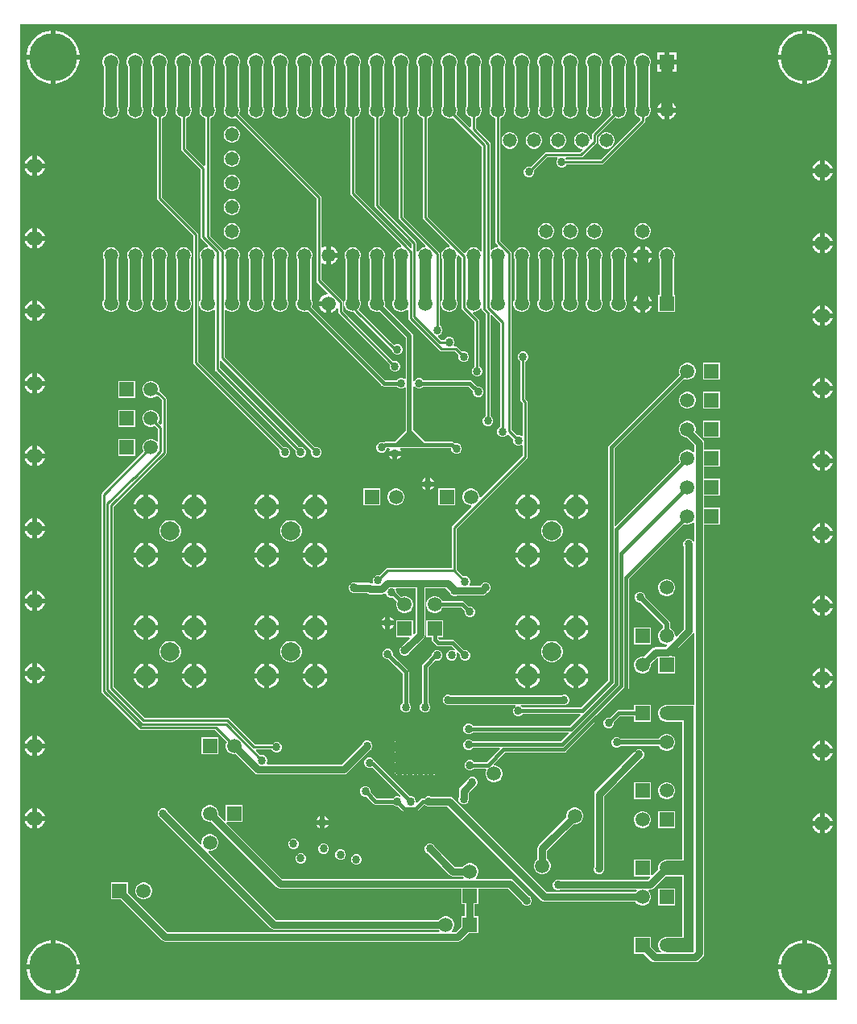
<source format=gbl>
G04*
G04 #@! TF.GenerationSoftware,Altium Limited,Altium Designer,22.3.1 (43)*
G04*
G04 Layer_Physical_Order=4*
G04 Layer_Color=16711680*
%FSLAX25Y25*%
%MOIN*%
G70*
G04*
G04 #@! TF.SameCoordinates,A476BA3E-0ACD-4873-8504-19A6DC85AD4C*
G04*
G04*
G04 #@! TF.FilePolarity,Positive*
G04*
G01*
G75*
%ADD12C,0.01000*%
%ADD47C,0.02000*%
%ADD48C,0.03000*%
%ADD49C,0.01500*%
%ADD54R,0.05000X0.20000*%
%ADD57C,0.05906*%
%ADD58R,0.05906X0.05906*%
%ADD59C,0.20000*%
%ADD60C,0.07874*%
%ADD61C,0.08268*%
%ADD62R,0.05906X0.05906*%
%ADD63C,0.05800*%
%ADD64C,0.03400*%
%ADD65C,0.06500*%
%ADD66C,0.02500*%
%ADD67R,0.17000X0.17000*%
G36*
X339471Y1529D02*
X1529D01*
Y404971D01*
X339471D01*
Y1529D01*
D02*
G37*
%LPC*%
G36*
X327000Y402479D02*
Y392500D01*
X336979D01*
X336729Y394076D01*
X336194Y395723D01*
X335408Y397265D01*
X334390Y398666D01*
X333166Y399890D01*
X331765Y400908D01*
X330223Y401694D01*
X328576Y402229D01*
X327000Y402479D01*
D02*
G37*
G36*
X16000D02*
Y392500D01*
X25979D01*
X25729Y394076D01*
X25194Y395723D01*
X24408Y397265D01*
X23390Y398666D01*
X22166Y399890D01*
X20765Y400908D01*
X19222Y401694D01*
X17576Y402229D01*
X16000Y402479D01*
D02*
G37*
G36*
X325000D02*
X323424Y402229D01*
X321778Y401694D01*
X320235Y400908D01*
X318834Y399890D01*
X317610Y398666D01*
X316592Y397265D01*
X315806Y395723D01*
X315271Y394076D01*
X315021Y392500D01*
X325000D01*
Y402479D01*
D02*
G37*
G36*
X14000D02*
X12424Y402229D01*
X10778Y401694D01*
X9235Y400908D01*
X7834Y399890D01*
X6610Y398666D01*
X5592Y397265D01*
X4806Y395723D01*
X4271Y394076D01*
X4021Y392500D01*
X14000D01*
Y402479D01*
D02*
G37*
G36*
X272953Y393453D02*
X270000D01*
Y390500D01*
X272953D01*
Y393453D01*
D02*
G37*
G36*
X268000D02*
X265047D01*
Y390500D01*
X268000D01*
Y393453D01*
D02*
G37*
G36*
X272953Y388500D02*
X270000D01*
Y385547D01*
X272953D01*
Y388500D01*
D02*
G37*
G36*
X268000D02*
X265047D01*
Y385547D01*
X268000D01*
Y388500D01*
D02*
G37*
G36*
X336979Y390500D02*
X327000D01*
Y380521D01*
X328576Y380771D01*
X330223Y381306D01*
X331765Y382092D01*
X333166Y383110D01*
X334390Y384334D01*
X335408Y385735D01*
X336194Y387278D01*
X336729Y388924D01*
X336979Y390500D01*
D02*
G37*
G36*
X25979D02*
X16000D01*
Y380521D01*
X17576Y380771D01*
X19222Y381306D01*
X20765Y382092D01*
X22166Y383110D01*
X23390Y384334D01*
X24408Y385735D01*
X25194Y387278D01*
X25729Y388924D01*
X25979Y390500D01*
D02*
G37*
G36*
X325000D02*
X315021D01*
X315271Y388924D01*
X315806Y387278D01*
X316592Y385735D01*
X317610Y384334D01*
X318834Y383110D01*
X320235Y382092D01*
X321778Y381306D01*
X323424Y380771D01*
X325000Y380521D01*
Y390500D01*
D02*
G37*
G36*
X14000D02*
X4021D01*
X4271Y388924D01*
X4806Y387278D01*
X5592Y385735D01*
X6610Y384334D01*
X7834Y383110D01*
X9235Y382092D01*
X10778Y381306D01*
X12424Y380771D01*
X14000Y380521D01*
Y390500D01*
D02*
G37*
G36*
X270000Y373270D02*
Y370500D01*
X272770D01*
X272634Y371005D01*
X272121Y371895D01*
X271395Y372621D01*
X270505Y373134D01*
X270000Y373270D01*
D02*
G37*
G36*
X268000D02*
X267495Y373134D01*
X266605Y372621D01*
X265879Y371895D01*
X265366Y371005D01*
X265230Y370500D01*
X268000D01*
Y373270D01*
D02*
G37*
G36*
X259455Y392953D02*
X258545D01*
X257667Y392718D01*
X256880Y392263D01*
X256237Y391620D01*
X255783Y390833D01*
X255547Y389955D01*
Y389045D01*
X255783Y388167D01*
X255959Y387862D01*
Y371033D01*
X255832Y370812D01*
X255600Y369948D01*
Y369052D01*
X255832Y368188D01*
X256279Y367412D01*
X256912Y366779D01*
X257688Y366332D01*
X257980Y366253D01*
Y365422D01*
X241578Y349020D01*
X227459D01*
X227365Y349246D01*
X227109Y349502D01*
X227316Y350002D01*
X233537D01*
X233927Y350080D01*
X234258Y350301D01*
X239721Y355764D01*
X239942Y356094D01*
X240020Y356485D01*
Y359078D01*
X247425Y366483D01*
X247688Y366332D01*
X248552Y366100D01*
X249448D01*
X250312Y366332D01*
X251088Y366779D01*
X251721Y367412D01*
X252168Y368188D01*
X252400Y369052D01*
Y369948D01*
X252168Y370812D01*
X252041Y371033D01*
Y387862D01*
X252218Y388167D01*
X252453Y389045D01*
Y389955D01*
X252218Y390833D01*
X251763Y391620D01*
X251120Y392263D01*
X250333Y392718D01*
X249455Y392953D01*
X248545D01*
X247667Y392718D01*
X246880Y392263D01*
X246237Y391620D01*
X245782Y390833D01*
X245547Y389955D01*
Y389045D01*
X245782Y388167D01*
X245959Y387862D01*
Y371033D01*
X245832Y370812D01*
X245600Y369948D01*
Y369052D01*
X245832Y368188D01*
X245983Y367925D01*
X238279Y360221D01*
X238058Y359890D01*
X237980Y359500D01*
Y357334D01*
X237900Y357281D01*
X237634Y357369D01*
X237377Y357533D01*
X237168Y358312D01*
X236721Y359088D01*
X236088Y359721D01*
X235312Y360168D01*
X234448Y360400D01*
X233552D01*
X232688Y360168D01*
X231912Y359721D01*
X231279Y359088D01*
X230832Y358312D01*
X230600Y357448D01*
Y356552D01*
X230832Y355688D01*
X231279Y354912D01*
X231912Y354279D01*
X232688Y353832D01*
X233552Y353600D01*
X233966D01*
X234173Y353100D01*
X233115Y352042D01*
X219022D01*
X218632Y351964D01*
X218301Y351743D01*
X212664Y346106D01*
X212438Y346200D01*
X211562D01*
X210754Y345865D01*
X210135Y345246D01*
X209800Y344438D01*
Y343562D01*
X210135Y342754D01*
X210754Y342135D01*
X211562Y341800D01*
X212438D01*
X213246Y342135D01*
X213865Y342754D01*
X214200Y343562D01*
Y344438D01*
X214106Y344664D01*
X219444Y350002D01*
X223684D01*
X223891Y349502D01*
X223635Y349246D01*
X223300Y348438D01*
Y347562D01*
X223635Y346754D01*
X224254Y346135D01*
X225062Y345800D01*
X225938D01*
X226746Y346135D01*
X227365Y346754D01*
X227459Y346980D01*
X242000D01*
X242390Y347058D01*
X242721Y347279D01*
X259721Y364279D01*
X259942Y364610D01*
X260020Y365000D01*
Y366253D01*
X260312Y366332D01*
X261088Y366779D01*
X261721Y367412D01*
X262168Y368188D01*
X262400Y369052D01*
Y369948D01*
X262168Y370812D01*
X262041Y371033D01*
Y387862D01*
X262217Y388167D01*
X262453Y389045D01*
Y389955D01*
X262217Y390833D01*
X261763Y391620D01*
X261120Y392263D01*
X260333Y392718D01*
X259455Y392953D01*
D02*
G37*
G36*
X239455D02*
X238545D01*
X237667Y392718D01*
X236880Y392263D01*
X236237Y391620D01*
X235783Y390833D01*
X235547Y389955D01*
Y389045D01*
X235783Y388167D01*
X235959Y387862D01*
Y371033D01*
X235832Y370812D01*
X235600Y369948D01*
Y369052D01*
X235832Y368188D01*
X236006Y367885D01*
X236117Y367617D01*
X236175Y367594D01*
X236279Y367412D01*
X236912Y366779D01*
X237688Y366332D01*
X238552Y366100D01*
X239448D01*
X240312Y366332D01*
X241088Y366779D01*
X241721Y367412D01*
X241825Y367594D01*
X241883Y367617D01*
X241994Y367885D01*
X242168Y368188D01*
X242400Y369052D01*
Y369948D01*
X242168Y370812D01*
X242041Y371033D01*
Y387862D01*
X242217Y388167D01*
X242453Y389045D01*
Y389955D01*
X242217Y390833D01*
X241763Y391620D01*
X241120Y392263D01*
X240333Y392718D01*
X239455Y392953D01*
D02*
G37*
G36*
X229455D02*
X228545D01*
X227667Y392718D01*
X226880Y392263D01*
X226237Y391620D01*
X225782Y390833D01*
X225547Y389955D01*
Y389045D01*
X225782Y388167D01*
X225959Y387862D01*
Y371033D01*
X225832Y370812D01*
X225600Y369948D01*
Y369052D01*
X225832Y368188D01*
X226279Y367412D01*
X226912Y366779D01*
X227688Y366332D01*
X228552Y366100D01*
X229448D01*
X230312Y366332D01*
X231088Y366779D01*
X231721Y367412D01*
X232168Y368188D01*
X232400Y369052D01*
Y369948D01*
X232168Y370812D01*
X232041Y371033D01*
Y387862D01*
X232218Y388167D01*
X232453Y389045D01*
Y389955D01*
X232218Y390833D01*
X231763Y391620D01*
X231120Y392263D01*
X230333Y392718D01*
X229455Y392953D01*
D02*
G37*
G36*
X219455D02*
X218545D01*
X217667Y392718D01*
X216880Y392263D01*
X216237Y391620D01*
X215782Y390833D01*
X215547Y389955D01*
Y389045D01*
X215782Y388167D01*
X215959Y387862D01*
Y371033D01*
X215832Y370812D01*
X215600Y369948D01*
Y369052D01*
X215832Y368188D01*
X216279Y367412D01*
X216912Y366779D01*
X217688Y366332D01*
X218552Y366100D01*
X219448D01*
X220312Y366332D01*
X221088Y366779D01*
X221721Y367412D01*
X222168Y368188D01*
X222400Y369052D01*
Y369948D01*
X222168Y370812D01*
X222041Y371033D01*
Y387862D01*
X222217Y388167D01*
X222453Y389045D01*
Y389955D01*
X222217Y390833D01*
X221763Y391620D01*
X221120Y392263D01*
X220333Y392718D01*
X219455Y392953D01*
D02*
G37*
G36*
X209455D02*
X208545D01*
X207667Y392718D01*
X206880Y392263D01*
X206237Y391620D01*
X205783Y390833D01*
X205547Y389955D01*
Y389045D01*
X205783Y388167D01*
X205959Y387862D01*
Y371033D01*
X205832Y370812D01*
X205600Y369948D01*
Y369052D01*
X205832Y368188D01*
X206279Y367412D01*
X206912Y366779D01*
X207688Y366332D01*
X208552Y366100D01*
X209448D01*
X210312Y366332D01*
X211088Y366779D01*
X211721Y367412D01*
X212168Y368188D01*
X212400Y369052D01*
Y369948D01*
X212168Y370812D01*
X212041Y371033D01*
Y387862D01*
X212217Y388167D01*
X212453Y389045D01*
Y389955D01*
X212217Y390833D01*
X211763Y391620D01*
X211120Y392263D01*
X210333Y392718D01*
X209455Y392953D01*
D02*
G37*
G36*
X129455D02*
X128545D01*
X127667Y392718D01*
X126880Y392263D01*
X126237Y391620D01*
X125783Y390833D01*
X125547Y389955D01*
Y389045D01*
X125783Y388167D01*
X125959Y387862D01*
Y371033D01*
X125832Y370812D01*
X125600Y369948D01*
Y369052D01*
X125832Y368188D01*
X126279Y367412D01*
X126912Y366779D01*
X127688Y366332D01*
X128552Y366100D01*
X129448D01*
X130312Y366332D01*
X131088Y366779D01*
X131721Y367412D01*
X132168Y368188D01*
X132400Y369052D01*
Y369948D01*
X132168Y370812D01*
X132041Y371033D01*
Y387862D01*
X132218Y388167D01*
X132453Y389045D01*
Y389955D01*
X132218Y390833D01*
X131763Y391620D01*
X131120Y392263D01*
X130333Y392718D01*
X129455Y392953D01*
D02*
G37*
G36*
X119455D02*
X118545D01*
X117667Y392718D01*
X116880Y392263D01*
X116237Y391620D01*
X115782Y390833D01*
X115547Y389955D01*
Y389045D01*
X115782Y388167D01*
X115959Y387862D01*
Y371033D01*
X115832Y370812D01*
X115600Y369948D01*
Y369052D01*
X115832Y368188D01*
X116279Y367412D01*
X116912Y366779D01*
X117688Y366332D01*
X118552Y366100D01*
X119448D01*
X120312Y366332D01*
X121088Y366779D01*
X121721Y367412D01*
X122168Y368188D01*
X122400Y369052D01*
Y369948D01*
X122168Y370812D01*
X122041Y371033D01*
Y387862D01*
X122218Y388167D01*
X122453Y389045D01*
Y389955D01*
X122218Y390833D01*
X121763Y391620D01*
X121120Y392263D01*
X120333Y392718D01*
X119455Y392953D01*
D02*
G37*
G36*
X109455D02*
X108545D01*
X107667Y392718D01*
X106880Y392263D01*
X106237Y391620D01*
X105782Y390833D01*
X105547Y389955D01*
Y389045D01*
X105782Y388167D01*
X105959Y387862D01*
Y371033D01*
X105832Y370812D01*
X105600Y369948D01*
Y369052D01*
X105832Y368188D01*
X106279Y367412D01*
X106912Y366779D01*
X107688Y366332D01*
X108552Y366100D01*
X109448D01*
X110312Y366332D01*
X111088Y366779D01*
X111721Y367412D01*
X112168Y368188D01*
X112400Y369052D01*
Y369948D01*
X112168Y370812D01*
X112041Y371033D01*
Y387862D01*
X112217Y388167D01*
X112453Y389045D01*
Y389955D01*
X112217Y390833D01*
X111763Y391620D01*
X111120Y392263D01*
X110333Y392718D01*
X109455Y392953D01*
D02*
G37*
G36*
X99455D02*
X98545D01*
X97667Y392718D01*
X96880Y392263D01*
X96237Y391620D01*
X95783Y390833D01*
X95547Y389955D01*
Y389045D01*
X95783Y388167D01*
X95959Y387862D01*
Y371033D01*
X95832Y370812D01*
X95600Y369948D01*
Y369052D01*
X95832Y368188D01*
X96279Y367412D01*
X96912Y366779D01*
X97688Y366332D01*
X98552Y366100D01*
X99448D01*
X100312Y366332D01*
X101088Y366779D01*
X101721Y367412D01*
X102168Y368188D01*
X102400Y369052D01*
Y369948D01*
X102168Y370812D01*
X102041Y371033D01*
Y387862D01*
X102217Y388167D01*
X102453Y389045D01*
Y389955D01*
X102217Y390833D01*
X101763Y391620D01*
X101120Y392263D01*
X100333Y392718D01*
X99455Y392953D01*
D02*
G37*
G36*
X49455D02*
X48545D01*
X47667Y392718D01*
X46880Y392263D01*
X46237Y391620D01*
X45783Y390833D01*
X45547Y389955D01*
Y389045D01*
X45783Y388167D01*
X45959Y387862D01*
Y371033D01*
X45832Y370812D01*
X45600Y369948D01*
Y369052D01*
X45832Y368188D01*
X46279Y367412D01*
X46912Y366779D01*
X47688Y366332D01*
X48552Y366100D01*
X49448D01*
X50312Y366332D01*
X51088Y366779D01*
X51721Y367412D01*
X52168Y368188D01*
X52400Y369052D01*
Y369948D01*
X52168Y370812D01*
X52041Y371033D01*
Y387862D01*
X52217Y388167D01*
X52453Y389045D01*
Y389955D01*
X52217Y390833D01*
X51763Y391620D01*
X51120Y392263D01*
X50333Y392718D01*
X49455Y392953D01*
D02*
G37*
G36*
X39455D02*
X38545D01*
X37667Y392718D01*
X36880Y392263D01*
X36237Y391620D01*
X35783Y390833D01*
X35547Y389955D01*
Y389045D01*
X35783Y388167D01*
X35959Y387862D01*
Y371033D01*
X35832Y370812D01*
X35600Y369948D01*
Y369052D01*
X35832Y368188D01*
X36279Y367412D01*
X36912Y366779D01*
X37688Y366332D01*
X38552Y366100D01*
X39448D01*
X40312Y366332D01*
X41088Y366779D01*
X41721Y367412D01*
X42168Y368188D01*
X42400Y369052D01*
Y369948D01*
X42168Y370812D01*
X42041Y371033D01*
Y387862D01*
X42217Y388167D01*
X42453Y389045D01*
Y389955D01*
X42217Y390833D01*
X41763Y391620D01*
X41120Y392263D01*
X40333Y392718D01*
X39455Y392953D01*
D02*
G37*
G36*
X272770Y368500D02*
X270000D01*
Y365730D01*
X270505Y365866D01*
X271395Y366379D01*
X272121Y367105D01*
X272634Y367995D01*
X272770Y368500D01*
D02*
G37*
G36*
X268000D02*
X265230D01*
X265366Y367995D01*
X265879Y367105D01*
X266605Y366379D01*
X267495Y365866D01*
X268000Y365730D01*
Y368500D01*
D02*
G37*
G36*
X89448Y362900D02*
X88552D01*
X87688Y362668D01*
X86912Y362221D01*
X86279Y361588D01*
X85832Y360812D01*
X85600Y359948D01*
Y359052D01*
X85832Y358188D01*
X86279Y357412D01*
X86912Y356779D01*
X87688Y356332D01*
X88552Y356100D01*
X89448D01*
X90312Y356332D01*
X91088Y356779D01*
X91721Y357412D01*
X92168Y358188D01*
X92400Y359052D01*
Y359948D01*
X92168Y360812D01*
X91721Y361588D01*
X91088Y362221D01*
X90312Y362668D01*
X89448Y362900D01*
D02*
G37*
G36*
X244448Y360400D02*
X243552D01*
X242688Y360168D01*
X241912Y359721D01*
X241279Y359088D01*
X240832Y358312D01*
X240600Y357448D01*
Y356552D01*
X240832Y355688D01*
X241279Y354912D01*
X241912Y354279D01*
X242688Y353832D01*
X243552Y353600D01*
X244448D01*
X245312Y353832D01*
X246088Y354279D01*
X246721Y354912D01*
X247168Y355688D01*
X247400Y356552D01*
Y357448D01*
X247168Y358312D01*
X246721Y359088D01*
X246088Y359721D01*
X245312Y360168D01*
X244448Y360400D01*
D02*
G37*
G36*
X224448D02*
X223552D01*
X222688Y360168D01*
X221912Y359721D01*
X221279Y359088D01*
X220832Y358312D01*
X220600Y357448D01*
Y356552D01*
X220832Y355688D01*
X221279Y354912D01*
X221912Y354279D01*
X222688Y353832D01*
X223552Y353600D01*
X224448D01*
X225312Y353832D01*
X226088Y354279D01*
X226721Y354912D01*
X227168Y355688D01*
X227400Y356552D01*
Y357448D01*
X227168Y358312D01*
X226721Y359088D01*
X226088Y359721D01*
X225312Y360168D01*
X224448Y360400D01*
D02*
G37*
G36*
X214448D02*
X213552D01*
X212688Y360168D01*
X211912Y359721D01*
X211279Y359088D01*
X210832Y358312D01*
X210600Y357448D01*
Y356552D01*
X210832Y355688D01*
X211279Y354912D01*
X211912Y354279D01*
X212688Y353832D01*
X213552Y353600D01*
X214448D01*
X215312Y353832D01*
X216088Y354279D01*
X216721Y354912D01*
X217168Y355688D01*
X217400Y356552D01*
Y357448D01*
X217168Y358312D01*
X216721Y359088D01*
X216088Y359721D01*
X215312Y360168D01*
X214448Y360400D01*
D02*
G37*
G36*
X204448D02*
X203552D01*
X202688Y360168D01*
X201912Y359721D01*
X201279Y359088D01*
X200832Y358312D01*
X200600Y357448D01*
Y356552D01*
X200832Y355688D01*
X201279Y354912D01*
X201912Y354279D01*
X202688Y353832D01*
X203552Y353600D01*
X204448D01*
X205312Y353832D01*
X206088Y354279D01*
X206721Y354912D01*
X207168Y355688D01*
X207400Y356552D01*
Y357448D01*
X207168Y358312D01*
X206721Y359088D01*
X206088Y359721D01*
X205312Y360168D01*
X204448Y360400D01*
D02*
G37*
G36*
X8500Y350632D02*
Y347500D01*
X11632D01*
X11460Y348140D01*
X10901Y349110D01*
X10110Y349901D01*
X9140Y350460D01*
X8500Y350632D01*
D02*
G37*
G36*
X6500D02*
X5860Y350460D01*
X4890Y349901D01*
X4099Y349110D01*
X3540Y348140D01*
X3368Y347500D01*
X6500D01*
Y350632D01*
D02*
G37*
G36*
X79455Y392953D02*
X78545D01*
X77667Y392718D01*
X76880Y392263D01*
X76237Y391620D01*
X75783Y390833D01*
X75547Y389955D01*
Y389045D01*
X75783Y388167D01*
X75959Y387862D01*
Y371033D01*
X75832Y370812D01*
X75600Y369948D01*
Y369052D01*
X75832Y368188D01*
X76279Y367412D01*
X76912Y366779D01*
X77688Y366332D01*
X77980Y366253D01*
Y346669D01*
X77480Y346462D01*
X70020Y353922D01*
Y366253D01*
X70312Y366332D01*
X71088Y366779D01*
X71721Y367412D01*
X72168Y368188D01*
X72400Y369052D01*
Y369948D01*
X72168Y370812D01*
X72041Y371033D01*
Y387862D01*
X72217Y388167D01*
X72453Y389045D01*
Y389955D01*
X72217Y390833D01*
X71763Y391620D01*
X71120Y392263D01*
X70333Y392718D01*
X69455Y392953D01*
X68545D01*
X67667Y392718D01*
X66880Y392263D01*
X66237Y391620D01*
X65783Y390833D01*
X65547Y389955D01*
Y389045D01*
X65783Y388167D01*
X65959Y387862D01*
Y371033D01*
X65832Y370812D01*
X65600Y369948D01*
Y369052D01*
X65832Y368188D01*
X66279Y367412D01*
X66912Y366779D01*
X67688Y366332D01*
X67980Y366253D01*
Y353500D01*
X68058Y353110D01*
X68279Y352779D01*
X75980Y345078D01*
Y317015D01*
X76058Y316625D01*
X76279Y316295D01*
X79173Y313400D01*
X78966Y312900D01*
X78552D01*
X77688Y312668D01*
X76912Y312221D01*
X76279Y311588D01*
X75832Y310812D01*
X75600Y309948D01*
Y309052D01*
X75832Y308188D01*
X75959Y307967D01*
Y291138D01*
X75783Y290833D01*
X75547Y289955D01*
Y289045D01*
X75783Y288167D01*
X76237Y287380D01*
X76880Y286737D01*
X77667Y286282D01*
X78545Y286047D01*
X79455D01*
X80333Y286282D01*
X81120Y286737D01*
X81433Y287050D01*
X81933Y286843D01*
Y262547D01*
X82011Y262157D01*
X82232Y261826D01*
X115394Y228664D01*
X115300Y228438D01*
Y227562D01*
X115635Y226754D01*
X116254Y226135D01*
X117062Y225800D01*
X117938D01*
X118746Y226135D01*
X119365Y226754D01*
X119700Y227562D01*
Y228438D01*
X119365Y229246D01*
X118746Y229865D01*
X117938Y230200D01*
X117062D01*
X116836Y230106D01*
X83972Y262970D01*
Y265879D01*
X84472Y266086D01*
X121894Y228664D01*
X121800Y228438D01*
Y227562D01*
X122135Y226754D01*
X122754Y226135D01*
X123562Y225800D01*
X124438D01*
X125246Y226135D01*
X125865Y226754D01*
X126200Y227562D01*
Y228438D01*
X125865Y229246D01*
X125246Y229865D01*
X124438Y230200D01*
X123562D01*
X123336Y230106D01*
X86067Y267375D01*
Y286843D01*
X86567Y287050D01*
X86880Y286737D01*
X87667Y286282D01*
X88545Y286047D01*
X89455D01*
X90333Y286282D01*
X91120Y286737D01*
X91763Y287380D01*
X92217Y288167D01*
X92453Y289045D01*
Y289955D01*
X92217Y290833D01*
X92041Y291138D01*
Y307967D01*
X92168Y308188D01*
X92400Y309052D01*
Y309948D01*
X92168Y310812D01*
X91721Y311588D01*
X91088Y312221D01*
X90312Y312668D01*
X89448Y312900D01*
X88552D01*
X87688Y312668D01*
X86912Y312221D01*
X86412Y311721D01*
X85925Y311716D01*
X85802Y311760D01*
X85768Y311810D01*
X80020Y317559D01*
Y366253D01*
X80312Y366332D01*
X81088Y366779D01*
X81721Y367412D01*
X82168Y368188D01*
X82400Y369052D01*
Y369948D01*
X82168Y370812D01*
X82041Y371033D01*
Y387862D01*
X82217Y388167D01*
X82453Y389045D01*
Y389955D01*
X82217Y390833D01*
X81763Y391620D01*
X81120Y392263D01*
X80333Y392718D01*
X79455Y392953D01*
D02*
G37*
G36*
X89448Y352900D02*
X88552D01*
X87688Y352668D01*
X86912Y352221D01*
X86279Y351588D01*
X85832Y350812D01*
X85600Y349948D01*
Y349052D01*
X85832Y348188D01*
X86279Y347412D01*
X86912Y346779D01*
X87688Y346332D01*
X88552Y346100D01*
X89448D01*
X90312Y346332D01*
X91088Y346779D01*
X91721Y347412D01*
X92168Y348188D01*
X92400Y349052D01*
Y349948D01*
X92168Y350812D01*
X91721Y351588D01*
X91088Y352221D01*
X90312Y352668D01*
X89448Y352900D01*
D02*
G37*
G36*
X334500Y348632D02*
Y345500D01*
X337632D01*
X337460Y346140D01*
X336901Y347110D01*
X336110Y347901D01*
X335140Y348460D01*
X334500Y348632D01*
D02*
G37*
G36*
X332500D02*
X331860Y348460D01*
X330890Y347901D01*
X330099Y347110D01*
X329540Y346140D01*
X329368Y345500D01*
X332500D01*
Y348632D01*
D02*
G37*
G36*
X11632Y345500D02*
X8500D01*
Y342368D01*
X9140Y342540D01*
X10110Y343099D01*
X10901Y343890D01*
X11460Y344860D01*
X11632Y345500D01*
D02*
G37*
G36*
X6500D02*
X3368D01*
X3540Y344860D01*
X4099Y343890D01*
X4890Y343099D01*
X5860Y342540D01*
X6500Y342368D01*
Y345500D01*
D02*
G37*
G36*
X337632Y343500D02*
X334500D01*
Y340368D01*
X335140Y340540D01*
X336110Y341099D01*
X336901Y341890D01*
X337460Y342860D01*
X337632Y343500D01*
D02*
G37*
G36*
X332500D02*
X329368D01*
X329540Y342860D01*
X330099Y341890D01*
X330890Y341099D01*
X331860Y340540D01*
X332500Y340368D01*
Y343500D01*
D02*
G37*
G36*
X89448Y342900D02*
X88552D01*
X87688Y342668D01*
X86912Y342221D01*
X86279Y341588D01*
X85832Y340812D01*
X85600Y339948D01*
Y339052D01*
X85832Y338188D01*
X86279Y337412D01*
X86912Y336779D01*
X87688Y336332D01*
X88552Y336100D01*
X89448D01*
X90312Y336332D01*
X91088Y336779D01*
X91721Y337412D01*
X92168Y338188D01*
X92400Y339052D01*
Y339948D01*
X92168Y340812D01*
X91721Y341588D01*
X91088Y342221D01*
X90312Y342668D01*
X89448Y342900D01*
D02*
G37*
G36*
Y332900D02*
X88552D01*
X87688Y332668D01*
X86912Y332221D01*
X86279Y331588D01*
X85832Y330812D01*
X85600Y329948D01*
Y329052D01*
X85832Y328188D01*
X86279Y327412D01*
X86912Y326779D01*
X87688Y326332D01*
X88552Y326100D01*
X89448D01*
X90312Y326332D01*
X91088Y326779D01*
X91721Y327412D01*
X92168Y328188D01*
X92400Y329052D01*
Y329948D01*
X92168Y330812D01*
X91721Y331588D01*
X91088Y332221D01*
X90312Y332668D01*
X89448Y332900D01*
D02*
G37*
G36*
X8500Y320632D02*
Y317500D01*
X11632D01*
X11460Y318140D01*
X10901Y319110D01*
X10110Y319901D01*
X9140Y320460D01*
X8500Y320632D01*
D02*
G37*
G36*
X6500D02*
X5860Y320460D01*
X4890Y319901D01*
X4099Y319110D01*
X3540Y318140D01*
X3368Y317500D01*
X6500D01*
Y320632D01*
D02*
G37*
G36*
X259448Y322900D02*
X258552D01*
X257688Y322668D01*
X256912Y322221D01*
X256279Y321588D01*
X255832Y320812D01*
X255600Y319948D01*
Y319052D01*
X255832Y318188D01*
X256279Y317412D01*
X256912Y316779D01*
X257688Y316332D01*
X258552Y316100D01*
X259448D01*
X260312Y316332D01*
X261088Y316779D01*
X261721Y317412D01*
X262168Y318188D01*
X262400Y319052D01*
Y319948D01*
X262168Y320812D01*
X261721Y321588D01*
X261088Y322221D01*
X260312Y322668D01*
X259448Y322900D01*
D02*
G37*
G36*
X239448D02*
X238552D01*
X237688Y322668D01*
X236912Y322221D01*
X236279Y321588D01*
X235832Y320812D01*
X235600Y319948D01*
Y319052D01*
X235832Y318188D01*
X236279Y317412D01*
X236912Y316779D01*
X237688Y316332D01*
X238552Y316100D01*
X239448D01*
X240312Y316332D01*
X241088Y316779D01*
X241721Y317412D01*
X242168Y318188D01*
X242400Y319052D01*
Y319948D01*
X242168Y320812D01*
X241721Y321588D01*
X241088Y322221D01*
X240312Y322668D01*
X239448Y322900D01*
D02*
G37*
G36*
X229448D02*
X228552D01*
X227688Y322668D01*
X226912Y322221D01*
X226279Y321588D01*
X225832Y320812D01*
X225600Y319948D01*
Y319052D01*
X225832Y318188D01*
X226279Y317412D01*
X226912Y316779D01*
X227688Y316332D01*
X228552Y316100D01*
X229448D01*
X230312Y316332D01*
X231088Y316779D01*
X231721Y317412D01*
X232168Y318188D01*
X232400Y319052D01*
Y319948D01*
X232168Y320812D01*
X231721Y321588D01*
X231088Y322221D01*
X230312Y322668D01*
X229448Y322900D01*
D02*
G37*
G36*
X219448D02*
X218552D01*
X217688Y322668D01*
X216912Y322221D01*
X216279Y321588D01*
X215832Y320812D01*
X215600Y319948D01*
Y319052D01*
X215832Y318188D01*
X216279Y317412D01*
X216912Y316779D01*
X217688Y316332D01*
X218552Y316100D01*
X219448D01*
X220312Y316332D01*
X221088Y316779D01*
X221721Y317412D01*
X222168Y318188D01*
X222400Y319052D01*
Y319948D01*
X222168Y320812D01*
X221721Y321588D01*
X221088Y322221D01*
X220312Y322668D01*
X219448Y322900D01*
D02*
G37*
G36*
X89448D02*
X88552D01*
X87688Y322668D01*
X86912Y322221D01*
X86279Y321588D01*
X85832Y320812D01*
X85600Y319948D01*
Y319052D01*
X85832Y318188D01*
X86279Y317412D01*
X86912Y316779D01*
X87688Y316332D01*
X88552Y316100D01*
X89448D01*
X90312Y316332D01*
X91088Y316779D01*
X91721Y317412D01*
X92168Y318188D01*
X92400Y319052D01*
Y319948D01*
X92168Y320812D01*
X91721Y321588D01*
X91088Y322221D01*
X90312Y322668D01*
X89448Y322900D01*
D02*
G37*
G36*
X334500Y318632D02*
Y315500D01*
X337632D01*
X337460Y316140D01*
X336901Y317110D01*
X336110Y317901D01*
X335140Y318460D01*
X334500Y318632D01*
D02*
G37*
G36*
X332500D02*
X331860Y318460D01*
X330890Y317901D01*
X330099Y317110D01*
X329540Y316140D01*
X329368Y315500D01*
X332500D01*
Y318632D01*
D02*
G37*
G36*
X11632Y315500D02*
X8500D01*
Y312368D01*
X9140Y312540D01*
X10110Y313099D01*
X10901Y313890D01*
X11460Y314860D01*
X11632Y315500D01*
D02*
G37*
G36*
X6500D02*
X3368D01*
X3540Y314860D01*
X4099Y313890D01*
X4890Y313099D01*
X5860Y312540D01*
X6500Y312368D01*
Y315500D01*
D02*
G37*
G36*
X199455Y392953D02*
X198545D01*
X197667Y392718D01*
X196880Y392263D01*
X196237Y391620D01*
X195782Y390833D01*
X195547Y389955D01*
Y389045D01*
X195782Y388167D01*
X195959Y387862D01*
Y371033D01*
X195832Y370812D01*
X195600Y369948D01*
Y369052D01*
X195832Y368188D01*
X196279Y367412D01*
X196912Y366779D01*
X197688Y366332D01*
X197980Y366253D01*
Y315015D01*
X198058Y314625D01*
X198279Y314295D01*
X199173Y313400D01*
X198966Y312900D01*
X198552D01*
X197688Y312668D01*
X196912Y312221D01*
X196567Y311875D01*
X196067Y312082D01*
Y355574D01*
X195989Y355964D01*
X195768Y356295D01*
X190020Y362044D01*
Y366253D01*
X190312Y366332D01*
X191088Y366779D01*
X191721Y367412D01*
X192168Y368188D01*
X192400Y369052D01*
Y369948D01*
X192168Y370812D01*
X192041Y371033D01*
Y387862D01*
X192218Y388167D01*
X192453Y389045D01*
Y389955D01*
X192218Y390833D01*
X191763Y391620D01*
X191120Y392263D01*
X190333Y392718D01*
X189455Y392953D01*
X188545D01*
X187667Y392718D01*
X186880Y392263D01*
X186237Y391620D01*
X185783Y390833D01*
X185547Y389955D01*
Y389045D01*
X185783Y388167D01*
X185959Y387862D01*
Y371033D01*
X185832Y370812D01*
X185600Y369948D01*
Y369052D01*
X185832Y368188D01*
X186279Y367412D01*
X186912Y366779D01*
X187688Y366332D01*
X187980Y366253D01*
Y362615D01*
X187519Y362423D01*
X182017Y367925D01*
X182168Y368188D01*
X182400Y369052D01*
Y369948D01*
X182168Y370812D01*
X182041Y371033D01*
Y387862D01*
X182218Y388167D01*
X182453Y389045D01*
Y389955D01*
X182218Y390833D01*
X181763Y391620D01*
X181120Y392263D01*
X180333Y392718D01*
X179455Y392953D01*
X178545D01*
X177667Y392718D01*
X176880Y392263D01*
X176237Y391620D01*
X175783Y390833D01*
X175547Y389955D01*
Y389045D01*
X175783Y388167D01*
X175959Y387862D01*
Y371033D01*
X175832Y370812D01*
X175600Y369948D01*
Y369052D01*
X175832Y368188D01*
X176279Y367412D01*
X176912Y366779D01*
X177688Y366332D01*
X178552Y366100D01*
X179448D01*
X180312Y366332D01*
X180575Y366483D01*
X192528Y354530D01*
Y311190D01*
X192028Y311056D01*
X191721Y311588D01*
X191088Y312221D01*
X190312Y312668D01*
X189448Y312900D01*
X188552D01*
X187688Y312668D01*
X186912Y312221D01*
X186279Y311588D01*
X185832Y310812D01*
X185730Y310434D01*
X185173Y310285D01*
X170020Y325438D01*
Y366253D01*
X170312Y366332D01*
X171088Y366779D01*
X171721Y367412D01*
X172168Y368188D01*
X172400Y369052D01*
Y369948D01*
X172168Y370812D01*
X172041Y371033D01*
Y387862D01*
X172218Y388167D01*
X172453Y389045D01*
Y389955D01*
X172218Y390833D01*
X171763Y391620D01*
X171120Y392263D01*
X170333Y392718D01*
X169455Y392953D01*
X168545D01*
X167667Y392718D01*
X166880Y392263D01*
X166237Y391620D01*
X165782Y390833D01*
X165547Y389955D01*
Y389045D01*
X165782Y388167D01*
X165959Y387862D01*
Y371033D01*
X165832Y370812D01*
X165600Y369948D01*
Y369052D01*
X165832Y368188D01*
X166279Y367412D01*
X166912Y366779D01*
X167688Y366332D01*
X167980Y366253D01*
Y325015D01*
X168058Y324625D01*
X168279Y324294D01*
X179174Y313400D01*
X178966Y312900D01*
X178552D01*
X177688Y312668D01*
X176912Y312221D01*
X176279Y311588D01*
X175832Y310812D01*
X175600Y309948D01*
Y309052D01*
X175832Y308188D01*
X175959Y307967D01*
Y291138D01*
X175783Y290833D01*
X175547Y289955D01*
Y289045D01*
X175783Y288167D01*
X176237Y287380D01*
X176880Y286737D01*
X177667Y286282D01*
X178545Y286047D01*
X179455D01*
X180333Y286282D01*
X181120Y286737D01*
X181763Y287380D01*
X182218Y288167D01*
X182453Y289045D01*
Y289955D01*
X182218Y290833D01*
X182041Y291138D01*
Y307967D01*
X182168Y308188D01*
X182400Y309052D01*
Y309466D01*
X182900Y309674D01*
X184028Y308546D01*
Y287863D01*
X184105Y287473D01*
X184326Y287142D01*
X189480Y281988D01*
Y263459D01*
X189254Y263365D01*
X188635Y262746D01*
X188300Y261938D01*
Y261062D01*
X188635Y260254D01*
X189254Y259635D01*
X190062Y259300D01*
X190938D01*
X191746Y259635D01*
X192365Y260254D01*
X192700Y261062D01*
Y261938D01*
X192365Y262746D01*
X191746Y263365D01*
X191520Y263459D01*
Y282410D01*
X191442Y282800D01*
X191221Y283131D01*
X188805Y285547D01*
X189012Y286047D01*
X189455D01*
X190333Y286282D01*
X191120Y286737D01*
X191763Y287380D01*
X192028Y287839D01*
X192528Y287705D01*
Y287241D01*
X192605Y286851D01*
X192826Y286520D01*
X193980Y285366D01*
Y242959D01*
X193754Y242865D01*
X193135Y242246D01*
X192800Y241438D01*
Y240562D01*
X193135Y239754D01*
X193754Y239135D01*
X194562Y238800D01*
X195438D01*
X196246Y239135D01*
X196865Y239754D01*
X197200Y240562D01*
Y241438D01*
X196865Y242246D01*
X196246Y242865D01*
X196020Y242959D01*
Y284795D01*
X196482Y284986D01*
X199980Y281488D01*
Y238459D01*
X199754Y238365D01*
X199135Y237746D01*
X198800Y236938D01*
Y236062D01*
X199135Y235254D01*
X199754Y234635D01*
X200562Y234300D01*
X201438D01*
X202246Y234635D01*
X202865Y235254D01*
X202968Y235502D01*
X203458Y235600D01*
X205553Y233505D01*
X205459Y233278D01*
Y232403D01*
X205794Y231595D01*
X206413Y230976D01*
X207222Y230641D01*
X208097D01*
X208840Y230948D01*
X209340Y230757D01*
Y226692D01*
X191953Y209305D01*
X191453Y209512D01*
Y209955D01*
X191218Y210833D01*
X190763Y211620D01*
X190120Y212263D01*
X189333Y212718D01*
X188455Y212953D01*
X187545D01*
X186667Y212718D01*
X185880Y212263D01*
X185237Y211620D01*
X184783Y210833D01*
X184547Y209955D01*
Y209045D01*
X184783Y208167D01*
X185237Y207380D01*
X185880Y206737D01*
X186667Y206282D01*
X187545Y206047D01*
X187988D01*
X188195Y205547D01*
X180279Y197631D01*
X180058Y197300D01*
X179980Y196910D01*
Y180020D01*
X153535D01*
X153145Y179942D01*
X152814Y179721D01*
X150182Y177089D01*
X149955Y177183D01*
X149080D01*
X148271Y176848D01*
X147652Y176229D01*
X147317Y175420D01*
Y174545D01*
X147524Y174047D01*
X147243Y173542D01*
X146951Y173483D01*
X146465Y173807D01*
X145685Y173963D01*
X140511D01*
X139938Y174200D01*
X139062D01*
X138254Y173865D01*
X137635Y173246D01*
X137300Y172438D01*
Y171562D01*
X137635Y170754D01*
X138254Y170135D01*
X139062Y169800D01*
X139938D01*
X140141Y169884D01*
X144840D01*
X144884Y169841D01*
X145545Y169399D01*
X146326Y169243D01*
X151050D01*
X151830Y169399D01*
X152300Y169712D01*
X152545Y169639D01*
X152800Y169517D01*
X152833Y169482D01*
X153135Y168754D01*
X153754Y168135D01*
X154562Y167800D01*
X155438D01*
X155586Y167861D01*
X157247Y166200D01*
X157047Y165455D01*
Y164545D01*
X157282Y163667D01*
X157737Y162880D01*
X158380Y162237D01*
X159167Y161783D01*
X160045Y161547D01*
X160955D01*
X161833Y161783D01*
X162620Y162237D01*
X163263Y162880D01*
X163717Y163667D01*
X163953Y164545D01*
Y165455D01*
X163717Y166333D01*
X163263Y167120D01*
X162620Y167763D01*
X161833Y168218D01*
X160955Y168453D01*
X160045D01*
X159167Y168218D01*
X158957Y168096D01*
X157200Y169852D01*
Y170438D01*
X156900Y171161D01*
X157104Y171661D01*
X164961D01*
Y153345D01*
X164415Y152798D01*
X163953Y152990D01*
Y158453D01*
X157047D01*
Y151547D01*
X162510D01*
X162701Y151085D01*
X159642Y148026D01*
X159254Y147865D01*
X158635Y147246D01*
X158300Y146438D01*
Y145562D01*
X158635Y144754D01*
X159254Y144135D01*
X160062Y143800D01*
X160938D01*
X161746Y144135D01*
X162365Y144754D01*
X162526Y145142D01*
X168442Y151058D01*
X168884Y151720D01*
X169039Y152500D01*
Y171661D01*
X177455D01*
X179077Y170040D01*
X179302Y169496D01*
X179920Y168877D01*
X180729Y168543D01*
X181604D01*
X181992Y168703D01*
X192634D01*
X193415Y168859D01*
X194076Y169301D01*
X194673Y169898D01*
X195246Y170135D01*
X195865Y170754D01*
X196200Y171562D01*
Y172438D01*
X195865Y173246D01*
X195246Y173865D01*
X194438Y174200D01*
X193562D01*
X192754Y173865D01*
X192135Y173246D01*
X192051Y173043D01*
X191790Y172782D01*
X187546D01*
X187355Y173244D01*
X187365Y173254D01*
X187700Y174062D01*
Y174938D01*
X187365Y175746D01*
X186746Y176365D01*
X185938Y176700D01*
X185062D01*
X184836Y176606D01*
X182020Y179422D01*
Y196488D01*
X211080Y225548D01*
X211301Y225879D01*
X211379Y226269D01*
Y248857D01*
X211301Y249247D01*
X211080Y249578D01*
X210520Y250138D01*
Y265541D01*
X210746Y265635D01*
X211365Y266254D01*
X211700Y267062D01*
Y267938D01*
X211365Y268746D01*
X210746Y269365D01*
X209938Y269700D01*
X209062D01*
X208254Y269365D01*
X207635Y268746D01*
X207300Y267938D01*
Y267062D01*
X207635Y266254D01*
X208254Y265635D01*
X208480Y265541D01*
Y249716D01*
X208558Y249326D01*
X208779Y248995D01*
X209340Y248435D01*
Y234925D01*
X208840Y234733D01*
X208097Y235041D01*
X207222D01*
X206995Y234947D01*
X204720Y237222D01*
Y310315D01*
X204642Y310706D01*
X204421Y311036D01*
X200020Y315438D01*
Y366253D01*
X200312Y366332D01*
X201088Y366779D01*
X201721Y367412D01*
X202168Y368188D01*
X202400Y369052D01*
Y369948D01*
X202168Y370812D01*
X202041Y371033D01*
Y387862D01*
X202218Y388167D01*
X202453Y389045D01*
Y389955D01*
X202218Y390833D01*
X201763Y391620D01*
X201120Y392263D01*
X200333Y392718D01*
X199455Y392953D01*
D02*
G37*
G36*
X159455D02*
X158545D01*
X157667Y392718D01*
X156880Y392263D01*
X156237Y391620D01*
X155782Y390833D01*
X155547Y389955D01*
Y389045D01*
X155782Y388167D01*
X155959Y387862D01*
Y371033D01*
X155832Y370812D01*
X155600Y369948D01*
Y369052D01*
X155832Y368188D01*
X156279Y367412D01*
X156912Y366779D01*
X157688Y366332D01*
X157980Y366253D01*
Y325015D01*
X158058Y324625D01*
X158279Y324294D01*
X169174Y313400D01*
X168966Y312900D01*
X168552D01*
X167688Y312668D01*
X166912Y312221D01*
X166279Y311588D01*
X166020Y311138D01*
X165520Y311272D01*
Y314500D01*
X165442Y314890D01*
X165221Y315221D01*
X150020Y330422D01*
Y366253D01*
X150312Y366332D01*
X151088Y366779D01*
X151721Y367412D01*
X152168Y368188D01*
X152400Y369052D01*
Y369948D01*
X152168Y370812D01*
X152041Y371033D01*
Y387862D01*
X152217Y388167D01*
X152453Y389045D01*
Y389955D01*
X152217Y390833D01*
X151763Y391620D01*
X151120Y392263D01*
X150333Y392718D01*
X149455Y392953D01*
X148545D01*
X147667Y392718D01*
X146880Y392263D01*
X146237Y391620D01*
X145782Y390833D01*
X145547Y389955D01*
Y389045D01*
X145782Y388167D01*
X145959Y387862D01*
Y371033D01*
X145832Y370812D01*
X145600Y369948D01*
Y369052D01*
X145832Y368188D01*
X146279Y367412D01*
X146912Y366779D01*
X147688Y366332D01*
X147980Y366253D01*
Y330000D01*
X148058Y329610D01*
X148279Y329279D01*
X163480Y314078D01*
Y312630D01*
X163019Y312439D01*
X161336Y314121D01*
X161290Y314152D01*
X140020Y335422D01*
Y366253D01*
X140312Y366332D01*
X141088Y366779D01*
X141721Y367412D01*
X142168Y368188D01*
X142400Y369052D01*
Y369948D01*
X142168Y370812D01*
X142041Y371033D01*
Y387862D01*
X142218Y388167D01*
X142453Y389045D01*
Y389955D01*
X142218Y390833D01*
X141763Y391620D01*
X141120Y392263D01*
X140333Y392718D01*
X139455Y392953D01*
X138545D01*
X137667Y392718D01*
X136880Y392263D01*
X136237Y391620D01*
X135783Y390833D01*
X135547Y389955D01*
Y389045D01*
X135783Y388167D01*
X135959Y387862D01*
Y371033D01*
X135832Y370812D01*
X135600Y369948D01*
Y369052D01*
X135832Y368188D01*
X136279Y367412D01*
X136912Y366779D01*
X137688Y366332D01*
X137980Y366253D01*
Y335000D01*
X138058Y334610D01*
X138279Y334279D01*
X159158Y313400D01*
X158951Y312900D01*
X158552D01*
X157688Y312668D01*
X156912Y312221D01*
X156279Y311588D01*
X155832Y310812D01*
X155600Y309948D01*
Y309052D01*
X155832Y308188D01*
X155959Y307967D01*
Y291138D01*
X155782Y290833D01*
X155547Y289955D01*
Y289045D01*
X155782Y288167D01*
X156237Y287380D01*
X156880Y286737D01*
X157667Y286282D01*
X158545Y286047D01*
X159455D01*
X160333Y286282D01*
X161120Y286737D01*
X161480Y287098D01*
X161980Y286890D01*
Y283560D01*
X162058Y283170D01*
X162279Y282839D01*
X175039Y270079D01*
X175370Y269858D01*
X175760Y269780D01*
X181278D01*
X182894Y268164D01*
X182800Y267938D01*
Y267062D01*
X183135Y266254D01*
X183754Y265635D01*
X184562Y265300D01*
X185438D01*
X186246Y265635D01*
X186865Y266254D01*
X187200Y267062D01*
Y267938D01*
X186865Y268746D01*
X186246Y269365D01*
X185438Y269700D01*
X184562D01*
X184336Y269606D01*
X182421Y271521D01*
X182090Y271742D01*
X181700Y271820D01*
X181084D01*
X180892Y272320D01*
X181200Y273062D01*
Y273938D01*
X180865Y274746D01*
X180246Y275365D01*
X179438Y275700D01*
X178562D01*
X177754Y275365D01*
X177135Y274746D01*
X177041Y274520D01*
X175604D01*
X174285Y275838D01*
X174503Y276327D01*
X175246Y276635D01*
X175865Y277254D01*
X176200Y278062D01*
Y278938D01*
X175865Y279746D01*
X175246Y280365D01*
X175020Y280459D01*
Y310015D01*
X174942Y310406D01*
X174721Y310736D01*
X160020Y325438D01*
Y366253D01*
X160312Y366332D01*
X161088Y366779D01*
X161721Y367412D01*
X162168Y368188D01*
X162400Y369052D01*
Y369948D01*
X162168Y370812D01*
X162041Y371033D01*
Y387862D01*
X162217Y388167D01*
X162453Y389045D01*
Y389955D01*
X162217Y390833D01*
X161763Y391620D01*
X161120Y392263D01*
X160333Y392718D01*
X159455Y392953D01*
D02*
G37*
G36*
X130000Y313270D02*
Y310500D01*
X132770D01*
X132634Y311005D01*
X132121Y311895D01*
X131395Y312621D01*
X130505Y313134D01*
X130000Y313270D01*
D02*
G37*
G36*
X260000D02*
Y310500D01*
X262770D01*
X262634Y311005D01*
X262121Y311895D01*
X261395Y312621D01*
X260505Y313134D01*
X260000Y313270D01*
D02*
G37*
G36*
X258000D02*
X257495Y313134D01*
X256605Y312621D01*
X255879Y311895D01*
X255366Y311005D01*
X255230Y310500D01*
X258000D01*
Y313270D01*
D02*
G37*
G36*
X337632Y313500D02*
X334500D01*
Y310368D01*
X335140Y310540D01*
X336110Y311099D01*
X336901Y311890D01*
X337460Y312860D01*
X337632Y313500D01*
D02*
G37*
G36*
X332500D02*
X329368D01*
X329540Y312860D01*
X330099Y311890D01*
X330890Y311099D01*
X331860Y310540D01*
X332500Y310368D01*
Y313500D01*
D02*
G37*
G36*
X262770Y308500D02*
X260000D01*
Y305730D01*
X260505Y305866D01*
X261395Y306379D01*
X262121Y307105D01*
X262634Y307995D01*
X262770Y308500D01*
D02*
G37*
G36*
X132770D02*
X130000D01*
Y305730D01*
X130505Y305866D01*
X131395Y306379D01*
X132121Y307105D01*
X132634Y307995D01*
X132770Y308500D01*
D02*
G37*
G36*
X258000D02*
X255230D01*
X255366Y307995D01*
X255879Y307105D01*
X256605Y306379D01*
X257495Y305866D01*
X258000Y305730D01*
Y308500D01*
D02*
G37*
G36*
X89455Y392953D02*
X88545D01*
X87667Y392718D01*
X86880Y392263D01*
X86237Y391620D01*
X85783Y390833D01*
X85547Y389955D01*
Y389045D01*
X85783Y388167D01*
X85959Y387862D01*
Y371033D01*
X85832Y370812D01*
X85600Y369948D01*
Y369052D01*
X85832Y368188D01*
X86279Y367412D01*
X86912Y366779D01*
X87688Y366332D01*
X88552Y366100D01*
X89448D01*
X90312Y366332D01*
X90575Y366483D01*
X124080Y332978D01*
Y298990D01*
X124158Y298600D01*
X124379Y298269D01*
X128733Y293915D01*
X128542Y293453D01*
X128480D01*
X127474Y293183D01*
X126573Y292663D01*
X125837Y291927D01*
X125317Y291026D01*
X125176Y290500D01*
X129000D01*
Y289500D01*
X130000D01*
Y285676D01*
X130526Y285817D01*
X131427Y286337D01*
X132163Y287073D01*
X132480Y287623D01*
X132980Y287489D01*
Y286000D01*
X133058Y285610D01*
X133279Y285279D01*
X154394Y264164D01*
X154300Y263938D01*
Y263062D01*
X154635Y262254D01*
X155254Y261635D01*
X156062Y261300D01*
X156938D01*
X157746Y261635D01*
X158365Y262254D01*
X158700Y263062D01*
Y263938D01*
X158365Y264746D01*
X157746Y265365D01*
X156938Y265700D01*
X156062D01*
X155836Y265606D01*
X135020Y286422D01*
Y290090D01*
X134942Y290480D01*
X134721Y290811D01*
X126120Y299412D01*
Y306212D01*
X126582Y306403D01*
X126605Y306379D01*
X127495Y305866D01*
X128000Y305730D01*
Y309500D01*
Y313270D01*
X127495Y313134D01*
X126605Y312621D01*
X126582Y312597D01*
X126120Y312788D01*
Y333400D01*
X126042Y333790D01*
X125821Y334121D01*
X92017Y367925D01*
X92168Y368188D01*
X92400Y369052D01*
Y369948D01*
X92168Y370812D01*
X92041Y371033D01*
Y387862D01*
X92217Y388167D01*
X92453Y389045D01*
Y389955D01*
X92217Y390833D01*
X91763Y391620D01*
X91120Y392263D01*
X90333Y392718D01*
X89455Y392953D01*
D02*
G37*
G36*
X260000Y293324D02*
Y290500D01*
X262824D01*
X262683Y291026D01*
X262163Y291927D01*
X261427Y292663D01*
X260526Y293183D01*
X260000Y293324D01*
D02*
G37*
G36*
X258000D02*
X257474Y293183D01*
X256573Y292663D01*
X255837Y291927D01*
X255317Y291026D01*
X255176Y290500D01*
X258000D01*
Y293324D01*
D02*
G37*
G36*
X8500Y290632D02*
Y287500D01*
X11632D01*
X11460Y288140D01*
X10901Y289110D01*
X10110Y289901D01*
X9140Y290460D01*
X8500Y290632D01*
D02*
G37*
G36*
X6500D02*
X5860Y290460D01*
X4890Y289901D01*
X4099Y289110D01*
X3540Y288140D01*
X3368Y287500D01*
X6500D01*
Y290632D01*
D02*
G37*
G36*
X269448Y312900D02*
X268552D01*
X267688Y312668D01*
X266912Y312221D01*
X266279Y311588D01*
X266175Y311406D01*
X266117Y311383D01*
X266006Y311115D01*
X265832Y310812D01*
X265600Y309948D01*
Y309052D01*
X265832Y308188D01*
X265959Y307967D01*
Y292953D01*
X265547D01*
Y286047D01*
X272453D01*
Y292953D01*
X272041D01*
Y307967D01*
X272168Y308188D01*
X272400Y309052D01*
Y309948D01*
X272168Y310812D01*
X271994Y311115D01*
X271883Y311383D01*
X271825Y311406D01*
X271721Y311588D01*
X271088Y312221D01*
X270312Y312668D01*
X269448Y312900D01*
D02*
G37*
G36*
X249448D02*
X248552D01*
X247688Y312668D01*
X246912Y312221D01*
X246279Y311588D01*
X245832Y310812D01*
X245600Y309948D01*
Y309052D01*
X245832Y308188D01*
X245959Y307967D01*
Y291138D01*
X245782Y290833D01*
X245547Y289955D01*
Y289045D01*
X245782Y288167D01*
X246237Y287380D01*
X246880Y286737D01*
X247667Y286282D01*
X248545Y286047D01*
X249455D01*
X250333Y286282D01*
X251120Y286737D01*
X251763Y287380D01*
X252218Y288167D01*
X252453Y289045D01*
Y289955D01*
X252218Y290833D01*
X252041Y291138D01*
Y307967D01*
X252168Y308188D01*
X252400Y309052D01*
Y309948D01*
X252168Y310812D01*
X251721Y311588D01*
X251088Y312221D01*
X250312Y312668D01*
X249448Y312900D01*
D02*
G37*
G36*
X239448D02*
X238552D01*
X237688Y312668D01*
X236912Y312221D01*
X236279Y311588D01*
X235832Y310812D01*
X235600Y309948D01*
Y309052D01*
X235832Y308188D01*
X235959Y307967D01*
Y291138D01*
X235783Y290833D01*
X235547Y289955D01*
Y289045D01*
X235783Y288167D01*
X236237Y287380D01*
X236880Y286737D01*
X237667Y286282D01*
X238545Y286047D01*
X239455D01*
X240333Y286282D01*
X241120Y286737D01*
X241763Y287380D01*
X242217Y288167D01*
X242453Y289045D01*
Y289955D01*
X242217Y290833D01*
X242041Y291138D01*
Y307967D01*
X242168Y308188D01*
X242400Y309052D01*
Y309948D01*
X242168Y310812D01*
X241721Y311588D01*
X241088Y312221D01*
X240312Y312668D01*
X239448Y312900D01*
D02*
G37*
G36*
X229448D02*
X228552D01*
X227688Y312668D01*
X226912Y312221D01*
X226279Y311588D01*
X225832Y310812D01*
X225600Y309948D01*
Y309052D01*
X225832Y308188D01*
X225959Y307967D01*
Y291138D01*
X225782Y290833D01*
X225547Y289955D01*
Y289045D01*
X225782Y288167D01*
X226237Y287380D01*
X226880Y286737D01*
X227667Y286282D01*
X228545Y286047D01*
X229455D01*
X230333Y286282D01*
X231120Y286737D01*
X231763Y287380D01*
X232218Y288167D01*
X232453Y289045D01*
Y289955D01*
X232218Y290833D01*
X232041Y291138D01*
Y307967D01*
X232168Y308188D01*
X232400Y309052D01*
Y309948D01*
X232168Y310812D01*
X231721Y311588D01*
X231088Y312221D01*
X230312Y312668D01*
X229448Y312900D01*
D02*
G37*
G36*
X219448D02*
X218552D01*
X217688Y312668D01*
X216912Y312221D01*
X216279Y311588D01*
X215832Y310812D01*
X215600Y309948D01*
Y309052D01*
X215832Y308188D01*
X215959Y307967D01*
Y291138D01*
X215782Y290833D01*
X215547Y289955D01*
Y289045D01*
X215782Y288167D01*
X216237Y287380D01*
X216880Y286737D01*
X217667Y286282D01*
X218545Y286047D01*
X219455D01*
X220333Y286282D01*
X221120Y286737D01*
X221763Y287380D01*
X222217Y288167D01*
X222453Y289045D01*
Y289955D01*
X222217Y290833D01*
X222041Y291138D01*
Y307967D01*
X222168Y308188D01*
X222400Y309052D01*
Y309948D01*
X222168Y310812D01*
X221721Y311588D01*
X221088Y312221D01*
X220312Y312668D01*
X219448Y312900D01*
D02*
G37*
G36*
X209448D02*
X208552D01*
X207688Y312668D01*
X206912Y312221D01*
X206279Y311588D01*
X205832Y310812D01*
X205600Y309948D01*
Y309052D01*
X205832Y308188D01*
X205959Y307967D01*
Y291138D01*
X205783Y290833D01*
X205547Y289955D01*
Y289045D01*
X205783Y288167D01*
X206237Y287380D01*
X206880Y286737D01*
X207667Y286282D01*
X208545Y286047D01*
X209455D01*
X210333Y286282D01*
X211120Y286737D01*
X211763Y287380D01*
X212217Y288167D01*
X212453Y289045D01*
Y289955D01*
X212217Y290833D01*
X212041Y291138D01*
Y307967D01*
X212168Y308188D01*
X212400Y309052D01*
Y309948D01*
X212168Y310812D01*
X211721Y311588D01*
X211088Y312221D01*
X210312Y312668D01*
X209448Y312900D01*
D02*
G37*
G36*
X109448D02*
X108552D01*
X107688Y312668D01*
X106912Y312221D01*
X106279Y311588D01*
X105832Y310812D01*
X105600Y309948D01*
Y309052D01*
X105832Y308188D01*
X105959Y307967D01*
Y291138D01*
X105782Y290833D01*
X105547Y289955D01*
Y289045D01*
X105782Y288167D01*
X106237Y287380D01*
X106880Y286737D01*
X107667Y286282D01*
X108545Y286047D01*
X109455D01*
X110333Y286282D01*
X111120Y286737D01*
X111763Y287380D01*
X112217Y288167D01*
X112453Y289045D01*
Y289955D01*
X112217Y290833D01*
X112041Y291138D01*
Y307967D01*
X112168Y308188D01*
X112400Y309052D01*
Y309948D01*
X112168Y310812D01*
X111721Y311588D01*
X111088Y312221D01*
X110312Y312668D01*
X109448Y312900D01*
D02*
G37*
G36*
X99448D02*
X98552D01*
X97688Y312668D01*
X96912Y312221D01*
X96279Y311588D01*
X95832Y310812D01*
X95600Y309948D01*
Y309052D01*
X95832Y308188D01*
X95959Y307967D01*
Y291138D01*
X95783Y290833D01*
X95547Y289955D01*
Y289045D01*
X95783Y288167D01*
X96237Y287380D01*
X96880Y286737D01*
X97667Y286282D01*
X98545Y286047D01*
X99455D01*
X100333Y286282D01*
X101120Y286737D01*
X101763Y287380D01*
X102217Y288167D01*
X102453Y289045D01*
Y289955D01*
X102217Y290833D01*
X102041Y291138D01*
Y307967D01*
X102168Y308188D01*
X102400Y309052D01*
Y309948D01*
X102168Y310812D01*
X101721Y311588D01*
X101088Y312221D01*
X100312Y312668D01*
X99448Y312900D01*
D02*
G37*
G36*
X69448D02*
X68552D01*
X67688Y312668D01*
X66912Y312221D01*
X66279Y311588D01*
X65832Y310812D01*
X65600Y309948D01*
Y309052D01*
X65832Y308188D01*
X65959Y307967D01*
Y291138D01*
X65783Y290833D01*
X65547Y289955D01*
Y289045D01*
X65783Y288167D01*
X66237Y287380D01*
X66880Y286737D01*
X67667Y286282D01*
X68545Y286047D01*
X69455D01*
X70333Y286282D01*
X71120Y286737D01*
X71763Y287380D01*
X72217Y288167D01*
X72453Y289045D01*
Y289955D01*
X72217Y290833D01*
X72041Y291138D01*
Y307967D01*
X72168Y308188D01*
X72400Y309052D01*
Y309948D01*
X72168Y310812D01*
X71721Y311588D01*
X71088Y312221D01*
X70312Y312668D01*
X69448Y312900D01*
D02*
G37*
G36*
X59448D02*
X58552D01*
X57688Y312668D01*
X56912Y312221D01*
X56279Y311588D01*
X55832Y310812D01*
X55600Y309948D01*
Y309052D01*
X55832Y308188D01*
X55959Y307967D01*
Y291138D01*
X55783Y290833D01*
X55547Y289955D01*
Y289045D01*
X55783Y288167D01*
X56237Y287380D01*
X56880Y286737D01*
X57667Y286282D01*
X58545Y286047D01*
X59455D01*
X60333Y286282D01*
X61120Y286737D01*
X61763Y287380D01*
X62217Y288167D01*
X62453Y289045D01*
Y289955D01*
X62217Y290833D01*
X62041Y291138D01*
Y307967D01*
X62168Y308188D01*
X62400Y309052D01*
Y309948D01*
X62168Y310812D01*
X61721Y311588D01*
X61088Y312221D01*
X60312Y312668D01*
X59448Y312900D01*
D02*
G37*
G36*
X49448D02*
X48552D01*
X47688Y312668D01*
X46912Y312221D01*
X46279Y311588D01*
X45832Y310812D01*
X45600Y309948D01*
Y309052D01*
X45832Y308188D01*
X45959Y307967D01*
Y291138D01*
X45783Y290833D01*
X45547Y289955D01*
Y289045D01*
X45783Y288167D01*
X46237Y287380D01*
X46880Y286737D01*
X47667Y286282D01*
X48545Y286047D01*
X49455D01*
X50333Y286282D01*
X51120Y286737D01*
X51763Y287380D01*
X52217Y288167D01*
X52453Y289045D01*
Y289955D01*
X52217Y290833D01*
X52041Y291138D01*
Y307967D01*
X52168Y308188D01*
X52400Y309052D01*
Y309948D01*
X52168Y310812D01*
X51721Y311588D01*
X51088Y312221D01*
X50312Y312668D01*
X49448Y312900D01*
D02*
G37*
G36*
X39448D02*
X38552D01*
X37688Y312668D01*
X36912Y312221D01*
X36279Y311588D01*
X35832Y310812D01*
X35600Y309948D01*
Y309052D01*
X35832Y308188D01*
X35959Y307967D01*
Y291138D01*
X35783Y290833D01*
X35547Y289955D01*
Y289045D01*
X35783Y288167D01*
X36237Y287380D01*
X36880Y286737D01*
X37667Y286282D01*
X38545Y286047D01*
X39455D01*
X40333Y286282D01*
X41120Y286737D01*
X41763Y287380D01*
X42217Y288167D01*
X42453Y289045D01*
Y289955D01*
X42217Y290833D01*
X42041Y291138D01*
Y307967D01*
X42168Y308188D01*
X42400Y309052D01*
Y309948D01*
X42168Y310812D01*
X41721Y311588D01*
X41088Y312221D01*
X40312Y312668D01*
X39448Y312900D01*
D02*
G37*
G36*
X262824Y288500D02*
X260000D01*
Y285676D01*
X260526Y285817D01*
X261427Y286337D01*
X262163Y287073D01*
X262683Y287974D01*
X262824Y288500D01*
D02*
G37*
G36*
X258000D02*
X255176D01*
X255317Y287974D01*
X255837Y287073D01*
X256573Y286337D01*
X257474Y285817D01*
X258000Y285676D01*
Y288500D01*
D02*
G37*
G36*
X128000D02*
X125176D01*
X125317Y287974D01*
X125837Y287073D01*
X126573Y286337D01*
X127474Y285817D01*
X128000Y285676D01*
Y288500D01*
D02*
G37*
G36*
X334500Y288632D02*
Y285500D01*
X337632D01*
X337460Y286140D01*
X336901Y287110D01*
X336110Y287901D01*
X335140Y288460D01*
X334500Y288632D01*
D02*
G37*
G36*
X332500D02*
X331860Y288460D01*
X330890Y287901D01*
X330099Y287110D01*
X329540Y286140D01*
X329368Y285500D01*
X332500D01*
Y288632D01*
D02*
G37*
G36*
X11632Y285500D02*
X8500D01*
Y282368D01*
X9140Y282540D01*
X10110Y283099D01*
X10901Y283890D01*
X11460Y284860D01*
X11632Y285500D01*
D02*
G37*
G36*
X6500D02*
X3368D01*
X3540Y284860D01*
X4099Y283890D01*
X4890Y283099D01*
X5860Y282540D01*
X6500Y282368D01*
Y285500D01*
D02*
G37*
G36*
X337632Y283500D02*
X334500D01*
Y280368D01*
X335140Y280540D01*
X336110Y281099D01*
X336901Y281890D01*
X337460Y282860D01*
X337632Y283500D01*
D02*
G37*
G36*
X332500D02*
X329368D01*
X329540Y282860D01*
X330099Y281890D01*
X330890Y281099D01*
X331860Y280540D01*
X332500Y280368D01*
Y283500D01*
D02*
G37*
G36*
X139448Y312900D02*
X138552D01*
X137688Y312668D01*
X136912Y312221D01*
X136279Y311588D01*
X135832Y310812D01*
X135600Y309948D01*
Y309052D01*
X135832Y308188D01*
X135959Y307967D01*
Y291138D01*
X135783Y290833D01*
X135547Y289955D01*
Y289045D01*
X135783Y288167D01*
X136237Y287380D01*
X136880Y286737D01*
X137667Y286282D01*
X138545Y286047D01*
X139455D01*
X139549Y286073D01*
X139678Y285880D01*
X155300Y270258D01*
Y270062D01*
X155635Y269254D01*
X156254Y268635D01*
X157062Y268300D01*
X157938D01*
X158746Y268635D01*
X159365Y269254D01*
X159700Y270062D01*
Y270938D01*
X159365Y271746D01*
X158746Y272365D01*
X157938Y272700D01*
X157062D01*
X156254Y272365D01*
X156165Y272277D01*
X141412Y287030D01*
X141763Y287380D01*
X142218Y288167D01*
X142453Y289045D01*
Y289955D01*
X142218Y290833D01*
X142041Y291138D01*
Y307967D01*
X142168Y308188D01*
X142400Y309052D01*
Y309948D01*
X142168Y310812D01*
X141721Y311588D01*
X141088Y312221D01*
X140312Y312668D01*
X139448Y312900D01*
D02*
G37*
G36*
X149448D02*
X148552D01*
X147688Y312668D01*
X146912Y312221D01*
X146279Y311588D01*
X145832Y310812D01*
X145600Y309948D01*
Y309052D01*
X145832Y308188D01*
X145959Y307967D01*
Y291138D01*
X145782Y290833D01*
X145547Y289955D01*
Y289045D01*
X145782Y288167D01*
X146237Y287380D01*
X146880Y286737D01*
X147667Y286282D01*
X148545Y286047D01*
X149455D01*
X150113Y286224D01*
X160971Y275366D01*
Y258386D01*
X160471Y258179D01*
X160285Y258365D01*
X159476Y258700D01*
X158601D01*
X157792Y258365D01*
X157202Y257774D01*
X152528D01*
X122187Y288115D01*
X122218Y288167D01*
X122453Y289045D01*
Y289955D01*
X122218Y290833D01*
X122041Y291138D01*
Y307967D01*
X122168Y308188D01*
X122400Y309052D01*
Y309948D01*
X122168Y310812D01*
X121721Y311588D01*
X121088Y312221D01*
X120312Y312668D01*
X119448Y312900D01*
X118552D01*
X117688Y312668D01*
X116912Y312221D01*
X116279Y311588D01*
X115832Y310812D01*
X115600Y309948D01*
Y309052D01*
X115832Y308188D01*
X115959Y307967D01*
Y291138D01*
X115782Y290833D01*
X115547Y289955D01*
Y289045D01*
X115782Y288167D01*
X116237Y287380D01*
X116880Y286737D01*
X117667Y286282D01*
X118545Y286047D01*
X119455D01*
X120333Y286282D01*
X120385Y286313D01*
X151099Y255599D01*
X151512Y255323D01*
X152000Y255225D01*
X157202D01*
X157792Y254635D01*
X158601Y254300D01*
X159476D01*
X160285Y254635D01*
X160471Y254821D01*
X160971Y254614D01*
Y236986D01*
X156259Y232275D01*
X152514D01*
X152026Y232177D01*
X151822Y232041D01*
X151438Y232200D01*
X150562D01*
X149754Y231865D01*
X149135Y231246D01*
X148800Y230438D01*
Y229562D01*
X149135Y228754D01*
X149754Y228135D01*
X150562Y227800D01*
X151438D01*
X152246Y228135D01*
X152865Y228754D01*
X153200Y229562D01*
Y229726D01*
X154200D01*
X154407Y229225D01*
X154340Y229158D01*
X153984Y228542D01*
X153973Y228500D01*
X159027D01*
X159016Y228542D01*
X158660Y229158D01*
X158593Y229225D01*
X158800Y229726D01*
X179643D01*
X179800Y229569D01*
Y229062D01*
X180135Y228254D01*
X180754Y227635D01*
X181562Y227300D01*
X182438D01*
X183246Y227635D01*
X183865Y228254D01*
X184200Y229062D01*
Y229938D01*
X183865Y230746D01*
X183246Y231365D01*
X182438Y231700D01*
X181562D01*
X181358Y231615D01*
X181072Y231901D01*
X180659Y232177D01*
X180171Y232275D01*
X168991D01*
X164029Y237236D01*
Y255409D01*
X164529Y255509D01*
X164635Y255254D01*
X165254Y254635D01*
X166062Y254300D01*
X166938D01*
X167746Y254635D01*
X168337Y255225D01*
X186972D01*
X188800Y253398D01*
Y252562D01*
X189135Y251754D01*
X189754Y251135D01*
X190562Y250800D01*
X191438D01*
X192246Y251135D01*
X192865Y251754D01*
X193200Y252562D01*
Y253438D01*
X192865Y254246D01*
X192246Y254865D01*
X191438Y255200D01*
X190602D01*
X188401Y257401D01*
X187988Y257678D01*
X187500Y257774D01*
X168337D01*
X167746Y258365D01*
X166938Y258700D01*
X166062D01*
X165254Y258365D01*
X164635Y257746D01*
X164529Y257491D01*
X164029Y257591D01*
Y276000D01*
X163913Y276585D01*
X163581Y277081D01*
X152276Y288387D01*
X152453Y289045D01*
Y289955D01*
X152217Y290833D01*
X152041Y291138D01*
Y307967D01*
X152168Y308188D01*
X152400Y309052D01*
Y309948D01*
X152168Y310812D01*
X151721Y311588D01*
X151088Y312221D01*
X150312Y312668D01*
X149448Y312900D01*
D02*
G37*
G36*
X290953Y264953D02*
X284047D01*
Y258047D01*
X290953D01*
Y264953D01*
D02*
G37*
G36*
X277955D02*
X277045D01*
X276167Y264718D01*
X275380Y264263D01*
X274737Y263620D01*
X274283Y262833D01*
X274047Y261955D01*
Y261045D01*
X274283Y260167D01*
X274313Y260115D01*
X245099Y230901D01*
X244823Y230488D01*
X244725Y230000D01*
Y133528D01*
X233472Y122274D01*
X209337D01*
X208746Y122865D01*
X208515Y122961D01*
X208614Y123461D01*
X225674D01*
X226062Y123300D01*
X226938D01*
X227746Y123635D01*
X228365Y124254D01*
X228700Y125062D01*
Y125938D01*
X228365Y126746D01*
X227746Y127365D01*
X226938Y127700D01*
X226062D01*
X225674Y127539D01*
X179326D01*
X178938Y127700D01*
X178062D01*
X177254Y127365D01*
X176635Y126746D01*
X176300Y125938D01*
Y125062D01*
X176635Y124254D01*
X177254Y123635D01*
X178062Y123300D01*
X178938D01*
X179326Y123461D01*
X206385D01*
X206485Y122961D01*
X206254Y122865D01*
X205635Y122246D01*
X205300Y121438D01*
Y120562D01*
X205635Y119754D01*
X206254Y119135D01*
X207062Y118800D01*
X207938D01*
X208746Y119135D01*
X209337Y119726D01*
X233098D01*
X233290Y119264D01*
X228801Y114775D01*
X188837D01*
X188246Y115365D01*
X187438Y115700D01*
X186562D01*
X185754Y115365D01*
X185135Y114746D01*
X184800Y113938D01*
Y113062D01*
X185135Y112254D01*
X185754Y111635D01*
X186562Y111300D01*
X187438D01*
X188246Y111635D01*
X188837Y112225D01*
X228427D01*
X228618Y111764D01*
X225129Y108274D01*
X188837D01*
X188246Y108865D01*
X187438Y109200D01*
X186562D01*
X185754Y108865D01*
X185135Y108246D01*
X184800Y107438D01*
Y106562D01*
X185135Y105754D01*
X185754Y105135D01*
X186562Y104800D01*
X187438D01*
X188246Y105135D01*
X188837Y105726D01*
X199826D01*
X200018Y105264D01*
X194528Y99774D01*
X189337D01*
X188746Y100365D01*
X187938Y100700D01*
X187062D01*
X186254Y100365D01*
X185635Y99746D01*
X185300Y98938D01*
Y98062D01*
X185635Y97254D01*
X186254Y96635D01*
X187062Y96300D01*
X187938D01*
X188746Y96635D01*
X189337Y97225D01*
X194221D01*
X194509Y96725D01*
X194282Y96333D01*
X194047Y95455D01*
Y94545D01*
X194282Y93667D01*
X194737Y92880D01*
X195380Y92237D01*
X196167Y91783D01*
X197045Y91547D01*
X197955D01*
X198833Y91783D01*
X199620Y92237D01*
X200263Y92880D01*
X200717Y93667D01*
X200953Y94545D01*
Y95455D01*
X200717Y96333D01*
X200263Y97120D01*
X199620Y97763D01*
X198833Y98217D01*
X197955Y98453D01*
X197519D01*
X197312Y98953D01*
X202084Y103726D01*
X226485D01*
X226973Y103823D01*
X227386Y104099D01*
X252901Y129613D01*
X253177Y130027D01*
X253274Y130515D01*
Y175472D01*
X276115Y198313D01*
X276167Y198283D01*
X277045Y198047D01*
X277955D01*
X278833Y198283D01*
X279620Y198737D01*
X279914Y199031D01*
X280414Y198824D01*
Y191228D01*
X279914Y191129D01*
X279865Y191246D01*
X279246Y191865D01*
X278438Y192200D01*
X277562D01*
X276754Y191865D01*
X276135Y191246D01*
X275800Y190438D01*
Y189562D01*
X275961Y189174D01*
Y154840D01*
X272953Y151832D01*
X272453Y152039D01*
Y152455D01*
X272217Y153333D01*
X271763Y154120D01*
X271120Y154763D01*
X270529Y155104D01*
Y157054D01*
X270413Y157640D01*
X270081Y158136D01*
X260200Y168017D01*
Y168492D01*
X259865Y169300D01*
X259246Y169919D01*
X258438Y170254D01*
X257562D01*
X256754Y169919D01*
X256135Y169300D01*
X255800Y168492D01*
Y167617D01*
X256135Y166808D01*
X256754Y166189D01*
X257562Y165854D01*
X258037D01*
X267471Y156421D01*
Y155104D01*
X266880Y154763D01*
X266237Y154120D01*
X265782Y153333D01*
X265547Y152455D01*
Y151545D01*
X265782Y150667D01*
X266237Y149880D01*
X266880Y149237D01*
X267667Y148783D01*
X268545Y148547D01*
X268961D01*
X269168Y148047D01*
X268412Y147291D01*
X264288D01*
X263507Y147136D01*
X262846Y146694D01*
X262846Y146694D01*
X259573Y143421D01*
X259455Y143453D01*
X258545D01*
X257667Y143218D01*
X256880Y142763D01*
X256237Y142120D01*
X255783Y141333D01*
X255547Y140455D01*
Y139545D01*
X255783Y138667D01*
X256237Y137880D01*
X256880Y137237D01*
X257667Y136783D01*
X258545Y136547D01*
X259455D01*
X260333Y136783D01*
X261120Y137237D01*
X261763Y137880D01*
X262217Y138667D01*
X262453Y139545D01*
Y140455D01*
X262436Y140517D01*
X265047Y143128D01*
X265547Y143008D01*
Y136547D01*
X272453D01*
Y143453D01*
X271042D01*
X270841Y143953D01*
X279442Y152554D01*
X279884Y153215D01*
X279914Y153364D01*
X280414Y153315D01*
Y123911D01*
X280000Y123541D01*
X269000Y123541D01*
X268787Y123453D01*
X268545D01*
X267667Y123217D01*
X266880Y122763D01*
X266237Y122120D01*
X265782Y121333D01*
X265547Y120455D01*
Y119545D01*
X265782Y118667D01*
X266237Y117880D01*
X266880Y117237D01*
X267667Y116782D01*
X268545Y116547D01*
X268787D01*
X269000Y116459D01*
X275459D01*
Y59541D01*
X269000D01*
X268787Y59453D01*
X268545D01*
X267667Y59217D01*
X266880Y58763D01*
X266237Y58120D01*
X265782Y57333D01*
X265547Y56455D01*
Y55545D01*
X265571Y55455D01*
X262953Y52837D01*
X262453Y53044D01*
Y59453D01*
X255547D01*
Y52547D01*
X261956D01*
X262163Y52047D01*
X261155Y51039D01*
X224826D01*
X224438Y51200D01*
X223562D01*
X222754Y50865D01*
X222135Y50246D01*
X221800Y49438D01*
Y48562D01*
X222135Y47754D01*
X222754Y47135D01*
X223562Y46800D01*
X224438D01*
X224826Y46961D01*
X256371D01*
X256578Y46461D01*
X256237Y46120D01*
X256190Y46039D01*
X219345D01*
X180442Y84942D01*
X179780Y85384D01*
X179000Y85539D01*
X171326D01*
X170938Y85700D01*
X170062D01*
X169254Y85365D01*
X168635Y84746D01*
X168629Y84731D01*
X167957D01*
X167469Y84634D01*
X167056Y84358D01*
X165662Y82964D01*
X165642Y82969D01*
X165200Y83210D01*
Y83938D01*
X164865Y84746D01*
X164246Y85365D01*
X163438Y85700D01*
X162602D01*
X148234Y100069D01*
X148087Y100167D01*
X147834Y100777D01*
X147215Y101396D01*
X146407Y101731D01*
X145531D01*
X144723Y101396D01*
X144104Y100777D01*
X143769Y99969D01*
Y99093D01*
X144104Y98285D01*
X144723Y97666D01*
X145531Y97331D01*
X146407D01*
X147085Y97612D01*
X158823Y85874D01*
X158540Y85451D01*
X157938Y85700D01*
X157062D01*
X156254Y85365D01*
X155663Y84775D01*
X149028D01*
X146462Y87340D01*
Y88176D01*
X146127Y88984D01*
X145508Y89603D01*
X144700Y89938D01*
X143824D01*
X143016Y89603D01*
X142397Y88984D01*
X142062Y88176D01*
Y87300D01*
X142397Y86492D01*
X143016Y85873D01*
X143824Y85538D01*
X144660D01*
X147599Y82599D01*
X148012Y82323D01*
X148500Y82226D01*
X155663D01*
X156254Y81635D01*
X157062Y81300D01*
X157898D01*
X159549Y79649D01*
X159962Y79373D01*
X160450Y79276D01*
X165050D01*
X165538Y79373D01*
X165951Y79649D01*
X168485Y82182D01*
X168706D01*
X169254Y81635D01*
X170062Y81300D01*
X170938D01*
X171326Y81461D01*
X178155D01*
X217058Y42558D01*
X217058Y42558D01*
X217720Y42116D01*
X218500Y41961D01*
X218500Y41961D01*
X256190D01*
X256237Y41880D01*
X256880Y41237D01*
X257667Y40782D01*
X258545Y40547D01*
X259455D01*
X260333Y40782D01*
X261120Y41237D01*
X261763Y41880D01*
X262217Y42667D01*
X262453Y43545D01*
Y44455D01*
X262217Y45333D01*
X261763Y46120D01*
X261422Y46461D01*
X261629Y46961D01*
X262000D01*
X262780Y47116D01*
X263442Y47558D01*
X268455Y52571D01*
X268545Y52547D01*
X268787D01*
X269000Y52459D01*
X275459D01*
Y27541D01*
X269000D01*
X268787Y27453D01*
X268545D01*
X267667Y27218D01*
X266880Y26763D01*
X266237Y26120D01*
X265782Y25333D01*
X265547Y24455D01*
Y23545D01*
X265782Y22667D01*
X266237Y21880D01*
X266578Y21539D01*
X266371Y21039D01*
X264845D01*
X262453Y23431D01*
Y27453D01*
X255547D01*
Y20547D01*
X259569D01*
X262558Y17558D01*
X263220Y17116D01*
X264000Y16961D01*
X280828D01*
X281609Y17116D01*
X282270Y17558D01*
X283895Y19182D01*
X284337Y19844D01*
X284492Y20624D01*
Y198047D01*
X290953D01*
Y204953D01*
X284492D01*
Y210047D01*
X290953D01*
Y216953D01*
X284492D01*
Y222047D01*
X290953D01*
Y228953D01*
X284492D01*
Y231913D01*
X284337Y232693D01*
X283895Y233355D01*
X280795Y236455D01*
X280953Y237045D01*
Y237955D01*
X280717Y238833D01*
X280263Y239620D01*
X279620Y240263D01*
X278833Y240718D01*
X277955Y240953D01*
X277045D01*
X276167Y240718D01*
X275380Y240263D01*
X274737Y239620D01*
X274283Y238833D01*
X274047Y237955D01*
Y237045D01*
X274283Y236167D01*
X274737Y235380D01*
X275380Y234737D01*
X276167Y234282D01*
X277045Y234047D01*
X277435D01*
X280414Y231068D01*
Y228176D01*
X279914Y227969D01*
X279620Y228263D01*
X278833Y228717D01*
X277955Y228953D01*
X277045D01*
X276167Y228717D01*
X275380Y228263D01*
X274737Y227620D01*
X274283Y226833D01*
X274047Y225955D01*
Y225045D01*
X274283Y224167D01*
X274313Y224115D01*
X247736Y197539D01*
X247274Y197730D01*
Y229472D01*
X276115Y258313D01*
X276167Y258282D01*
X277045Y258047D01*
X277955D01*
X278833Y258282D01*
X279620Y258737D01*
X280263Y259380D01*
X280717Y260167D01*
X280953Y261045D01*
Y261955D01*
X280717Y262833D01*
X280263Y263620D01*
X279620Y264263D01*
X278833Y264718D01*
X277955Y264953D01*
D02*
G37*
G36*
X8500Y260632D02*
Y257500D01*
X11632D01*
X11460Y258140D01*
X10901Y259110D01*
X10110Y259901D01*
X9140Y260460D01*
X8500Y260632D01*
D02*
G37*
G36*
X6500D02*
X5860Y260460D01*
X4890Y259901D01*
X4099Y259110D01*
X3540Y258140D01*
X3368Y257500D01*
X6500D01*
Y260632D01*
D02*
G37*
G36*
X334500Y258632D02*
Y255500D01*
X337632D01*
X337460Y256140D01*
X336901Y257110D01*
X336110Y257901D01*
X335140Y258460D01*
X334500Y258632D01*
D02*
G37*
G36*
X332500D02*
X331860Y258460D01*
X330890Y257901D01*
X330099Y257110D01*
X329540Y256140D01*
X329368Y255500D01*
X332500D01*
Y258632D01*
D02*
G37*
G36*
X11632Y255500D02*
X8500D01*
Y252368D01*
X9140Y252540D01*
X10110Y253099D01*
X10901Y253890D01*
X11460Y254860D01*
X11632Y255500D01*
D02*
G37*
G36*
X6500D02*
X3368D01*
X3540Y254860D01*
X4099Y253890D01*
X4890Y253099D01*
X5860Y252540D01*
X6500Y252368D01*
Y255500D01*
D02*
G37*
G36*
X48953Y257453D02*
X42047D01*
Y250547D01*
X48953D01*
Y257453D01*
D02*
G37*
G36*
X337632Y253500D02*
X334500D01*
Y250368D01*
X335140Y250540D01*
X336110Y251099D01*
X336901Y251890D01*
X337460Y252860D01*
X337632Y253500D01*
D02*
G37*
G36*
X332500D02*
X329368D01*
X329540Y252860D01*
X330099Y251890D01*
X330890Y251099D01*
X331860Y250540D01*
X332500Y250368D01*
Y253500D01*
D02*
G37*
G36*
X290953Y252953D02*
X284047D01*
Y246047D01*
X290953D01*
Y252953D01*
D02*
G37*
G36*
X277955D02*
X277045D01*
X276167Y252717D01*
X275380Y252263D01*
X274737Y251620D01*
X274283Y250833D01*
X274047Y249955D01*
Y249045D01*
X274283Y248167D01*
X274737Y247380D01*
X275380Y246737D01*
X276167Y246283D01*
X277045Y246047D01*
X277955D01*
X278833Y246283D01*
X279620Y246737D01*
X280263Y247380D01*
X280717Y248167D01*
X280953Y249045D01*
Y249955D01*
X280717Y250833D01*
X280263Y251620D01*
X279620Y252263D01*
X278833Y252717D01*
X277955Y252953D01*
D02*
G37*
G36*
X55955Y257453D02*
X55045D01*
X54167Y257218D01*
X53380Y256763D01*
X52737Y256120D01*
X52283Y255333D01*
X52047Y254455D01*
Y253545D01*
X52283Y252667D01*
X52737Y251880D01*
X53380Y251237D01*
X54167Y250782D01*
X55045Y250547D01*
X55955D01*
X56833Y250782D01*
X57620Y251237D01*
X57970Y251588D01*
X59933Y249625D01*
Y239662D01*
X59471Y239471D01*
X58555Y240387D01*
X58717Y240667D01*
X58953Y241545D01*
Y242455D01*
X58717Y243333D01*
X58263Y244120D01*
X57620Y244763D01*
X56833Y245217D01*
X55955Y245453D01*
X55045D01*
X54167Y245217D01*
X53380Y244763D01*
X52737Y244120D01*
X52283Y243333D01*
X52047Y242455D01*
Y241545D01*
X52283Y240667D01*
X52737Y239880D01*
X53380Y239237D01*
X54167Y238783D01*
X55045Y238547D01*
X55955D01*
X56833Y238783D01*
X57113Y238945D01*
X58433Y237625D01*
Y232657D01*
X57933Y232450D01*
X57620Y232763D01*
X56833Y233218D01*
X55955Y233453D01*
X55045D01*
X54167Y233218D01*
X53380Y232763D01*
X52737Y232120D01*
X52283Y231333D01*
X52047Y230455D01*
Y229545D01*
X52283Y228667D01*
X52445Y228386D01*
X35279Y211221D01*
X35058Y210890D01*
X34980Y210500D01*
Y129257D01*
X35058Y128867D01*
X35279Y128536D01*
X50536Y113279D01*
X50867Y113058D01*
X51257Y112980D01*
X82078D01*
X86945Y108113D01*
X86783Y107833D01*
X86547Y106955D01*
Y106045D01*
X86783Y105167D01*
X87237Y104380D01*
X87880Y103737D01*
X88667Y103282D01*
X89545Y103047D01*
X90455D01*
X90545Y103071D01*
X98258Y95358D01*
X98920Y94916D01*
X99700Y94761D01*
X135300D01*
X136080Y94916D01*
X136742Y95358D01*
X145858Y104474D01*
X146246Y104635D01*
X146865Y105254D01*
X147200Y106062D01*
Y106938D01*
X146865Y107746D01*
X146246Y108365D01*
X145438Y108700D01*
X144562D01*
X143754Y108365D01*
X143135Y107746D01*
X142974Y107358D01*
X134455Y98839D01*
X103604D01*
X103400Y99339D01*
X103700Y100062D01*
Y100938D01*
X103365Y101746D01*
X102746Y102365D01*
X101938Y102700D01*
X101062D01*
X100900Y102632D01*
X99014Y104518D01*
X99205Y104980D01*
X105541D01*
X105635Y104754D01*
X106254Y104135D01*
X107062Y103800D01*
X107938D01*
X108746Y104135D01*
X109365Y104754D01*
X109700Y105562D01*
Y106438D01*
X109365Y107246D01*
X108746Y107865D01*
X107938Y108200D01*
X107062D01*
X106254Y107865D01*
X105635Y107246D01*
X105541Y107020D01*
X98634D01*
X87932Y117721D01*
X87602Y117942D01*
X87211Y118020D01*
X52922D01*
X40231Y130711D01*
Y205578D01*
X61674Y227020D01*
X61895Y227351D01*
X61972Y227741D01*
Y250047D01*
X61895Y250437D01*
X61674Y250768D01*
X59119Y253322D01*
X58927Y253451D01*
X58953Y253545D01*
Y254455D01*
X58717Y255333D01*
X58263Y256120D01*
X57620Y256763D01*
X56833Y257218D01*
X55955Y257453D01*
D02*
G37*
G36*
X48953Y245453D02*
X42047D01*
Y238547D01*
X48953D01*
Y245453D01*
D02*
G37*
G36*
X290953Y240953D02*
X284047D01*
Y234047D01*
X290953D01*
Y240953D01*
D02*
G37*
G36*
X8500Y230632D02*
Y227500D01*
X11632D01*
X11460Y228140D01*
X10901Y229110D01*
X10110Y229901D01*
X9140Y230460D01*
X8500Y230632D01*
D02*
G37*
G36*
X6500D02*
X5860Y230460D01*
X4890Y229901D01*
X4099Y229110D01*
X3540Y228140D01*
X3368Y227500D01*
X6500D01*
Y230632D01*
D02*
G37*
G36*
X48953Y233453D02*
X42047D01*
Y226547D01*
X48953D01*
Y233453D01*
D02*
G37*
G36*
X59455Y392953D02*
X58545D01*
X57667Y392718D01*
X56880Y392263D01*
X56237Y391620D01*
X55783Y390833D01*
X55547Y389955D01*
Y389045D01*
X55783Y388167D01*
X55959Y387862D01*
Y371033D01*
X55832Y370812D01*
X55600Y369948D01*
Y369052D01*
X55832Y368188D01*
X56279Y367412D01*
X56912Y366779D01*
X57688Y366332D01*
X57980Y366253D01*
Y333000D01*
X58058Y332610D01*
X58279Y332279D01*
X72980Y317578D01*
Y265000D01*
X73058Y264610D01*
X73279Y264279D01*
X108894Y228664D01*
X108800Y228438D01*
Y227562D01*
X109135Y226754D01*
X109754Y226135D01*
X110562Y225800D01*
X111438D01*
X112246Y226135D01*
X112865Y226754D01*
X113200Y227562D01*
Y228438D01*
X112865Y229246D01*
X112246Y229865D01*
X111438Y230200D01*
X110562D01*
X110336Y230106D01*
X75020Y265422D01*
Y318000D01*
X74942Y318390D01*
X74721Y318721D01*
X60020Y333422D01*
Y366253D01*
X60312Y366332D01*
X61088Y366779D01*
X61721Y367412D01*
X62168Y368188D01*
X62400Y369052D01*
Y369948D01*
X62168Y370812D01*
X62041Y371033D01*
Y387862D01*
X62217Y388167D01*
X62453Y389045D01*
Y389955D01*
X62217Y390833D01*
X61763Y391620D01*
X61120Y392263D01*
X60333Y392718D01*
X59455Y392953D01*
D02*
G37*
G36*
X334500Y228632D02*
Y225500D01*
X337632D01*
X337460Y226140D01*
X336901Y227110D01*
X336110Y227901D01*
X335140Y228460D01*
X334500Y228632D01*
D02*
G37*
G36*
X332500D02*
X331860Y228460D01*
X330890Y227901D01*
X330099Y227110D01*
X329540Y226140D01*
X329368Y225500D01*
X332500D01*
Y228632D01*
D02*
G37*
G36*
X159027Y226500D02*
X157500D01*
Y224973D01*
X157542Y224984D01*
X158158Y225340D01*
X158660Y225842D01*
X159016Y226458D01*
X159027Y226500D01*
D02*
G37*
G36*
X155500D02*
X153973D01*
X153984Y226458D01*
X154340Y225842D01*
X154842Y225340D01*
X155458Y224984D01*
X155500Y224973D01*
Y226500D01*
D02*
G37*
G36*
X11632Y225500D02*
X8500D01*
Y222368D01*
X9140Y222540D01*
X10110Y223099D01*
X10901Y223890D01*
X11460Y224860D01*
X11632Y225500D01*
D02*
G37*
G36*
X6500D02*
X3368D01*
X3540Y224860D01*
X4099Y223890D01*
X4890Y223099D01*
X5860Y222540D01*
X6500Y222368D01*
Y225500D01*
D02*
G37*
G36*
X337632Y223500D02*
X334500D01*
Y220368D01*
X335140Y220540D01*
X336110Y221099D01*
X336901Y221890D01*
X337460Y222860D01*
X337632Y223500D01*
D02*
G37*
G36*
X332500D02*
X329368D01*
X329540Y222860D01*
X330099Y221890D01*
X330890Y221099D01*
X331860Y220540D01*
X332500Y220368D01*
Y223500D01*
D02*
G37*
G36*
X171104Y217423D02*
Y215895D01*
X172631D01*
X172620Y215937D01*
X172264Y216553D01*
X171762Y217056D01*
X171146Y217411D01*
X171104Y217423D01*
D02*
G37*
G36*
X169104D02*
X169062Y217411D01*
X168446Y217056D01*
X167943Y216553D01*
X167588Y215937D01*
X167577Y215895D01*
X169104D01*
Y217423D01*
D02*
G37*
G36*
X172631Y213895D02*
X171104D01*
Y212368D01*
X171146Y212379D01*
X171762Y212735D01*
X172264Y213237D01*
X172620Y213853D01*
X172631Y213895D01*
D02*
G37*
G36*
X169104D02*
X167577D01*
X167588Y213853D01*
X167943Y213237D01*
X168446Y212735D01*
X169062Y212379D01*
X169104Y212368D01*
Y213895D01*
D02*
G37*
G36*
X232500Y210547D02*
Y206500D01*
X236547D01*
X236284Y207482D01*
X235608Y208652D01*
X234652Y209608D01*
X233482Y210284D01*
X232500Y210547D01*
D02*
G37*
G36*
X230500D02*
X229518Y210284D01*
X228348Y209608D01*
X227392Y208652D01*
X226716Y207482D01*
X226453Y206500D01*
X230500D01*
Y210547D01*
D02*
G37*
G36*
X212500D02*
Y206500D01*
X216547D01*
X216284Y207482D01*
X215608Y208652D01*
X214652Y209608D01*
X213482Y210284D01*
X212500Y210547D01*
D02*
G37*
G36*
X210500D02*
X209518Y210284D01*
X208348Y209608D01*
X207392Y208652D01*
X206716Y207482D01*
X206453Y206500D01*
X210500D01*
Y210547D01*
D02*
G37*
G36*
X124500D02*
Y206500D01*
X128547D01*
X128284Y207482D01*
X127608Y208652D01*
X126652Y209608D01*
X125482Y210284D01*
X124500Y210547D01*
D02*
G37*
G36*
X122500D02*
X121518Y210284D01*
X120348Y209608D01*
X119392Y208652D01*
X118716Y207482D01*
X118453Y206500D01*
X122500D01*
Y210547D01*
D02*
G37*
G36*
X104500D02*
Y206500D01*
X108547D01*
X108284Y207482D01*
X107608Y208652D01*
X106652Y209608D01*
X105482Y210284D01*
X104500Y210547D01*
D02*
G37*
G36*
X102500D02*
X101518Y210284D01*
X100348Y209608D01*
X99392Y208652D01*
X98716Y207482D01*
X98453Y206500D01*
X102500D01*
Y210547D01*
D02*
G37*
G36*
X74500D02*
Y206500D01*
X78547D01*
X78284Y207482D01*
X77608Y208652D01*
X76652Y209608D01*
X75482Y210284D01*
X74500Y210547D01*
D02*
G37*
G36*
X72500D02*
X71518Y210284D01*
X70348Y209608D01*
X69392Y208652D01*
X68716Y207482D01*
X68453Y206500D01*
X72500D01*
Y210547D01*
D02*
G37*
G36*
X54500D02*
Y206500D01*
X58547D01*
X58284Y207482D01*
X57608Y208652D01*
X56652Y209608D01*
X55482Y210284D01*
X54500Y210547D01*
D02*
G37*
G36*
X52500D02*
X51518Y210284D01*
X50348Y209608D01*
X49392Y208652D01*
X48716Y207482D01*
X48453Y206500D01*
X52500D01*
Y210547D01*
D02*
G37*
G36*
X181453Y212953D02*
X174547D01*
Y206047D01*
X181453D01*
Y212953D01*
D02*
G37*
G36*
X157455D02*
X156545D01*
X155667Y212718D01*
X154880Y212263D01*
X154237Y211620D01*
X153782Y210833D01*
X153547Y209955D01*
Y209045D01*
X153782Y208167D01*
X154237Y207380D01*
X154880Y206737D01*
X155667Y206282D01*
X156545Y206047D01*
X157455D01*
X158333Y206282D01*
X159120Y206737D01*
X159763Y207380D01*
X160217Y208167D01*
X160453Y209045D01*
Y209955D01*
X160217Y210833D01*
X159763Y211620D01*
X159120Y212263D01*
X158333Y212718D01*
X157455Y212953D01*
D02*
G37*
G36*
X150453D02*
X143547D01*
Y206047D01*
X150453D01*
Y212953D01*
D02*
G37*
G36*
X236547Y204500D02*
X232500D01*
Y200453D01*
X233482Y200716D01*
X234652Y201392D01*
X235608Y202348D01*
X236284Y203518D01*
X236547Y204500D01*
D02*
G37*
G36*
X230500D02*
X226453D01*
X226716Y203518D01*
X227392Y202348D01*
X228348Y201392D01*
X229518Y200716D01*
X230500Y200453D01*
Y204500D01*
D02*
G37*
G36*
X216547D02*
X212500D01*
Y200453D01*
X213482Y200716D01*
X214652Y201392D01*
X215608Y202348D01*
X216284Y203518D01*
X216547Y204500D01*
D02*
G37*
G36*
X210500D02*
X206453D01*
X206716Y203518D01*
X207392Y202348D01*
X208348Y201392D01*
X209518Y200716D01*
X210500Y200453D01*
Y204500D01*
D02*
G37*
G36*
X128547D02*
X124500D01*
Y200453D01*
X125482Y200716D01*
X126652Y201392D01*
X127608Y202348D01*
X128284Y203518D01*
X128547Y204500D01*
D02*
G37*
G36*
X122500D02*
X118453D01*
X118716Y203518D01*
X119392Y202348D01*
X120348Y201392D01*
X121518Y200716D01*
X122500Y200453D01*
Y204500D01*
D02*
G37*
G36*
X108547D02*
X104500D01*
Y200453D01*
X105482Y200716D01*
X106652Y201392D01*
X107608Y202348D01*
X108284Y203518D01*
X108547Y204500D01*
D02*
G37*
G36*
X102500D02*
X98453D01*
X98716Y203518D01*
X99392Y202348D01*
X100348Y201392D01*
X101518Y200716D01*
X102500Y200453D01*
Y204500D01*
D02*
G37*
G36*
X78547D02*
X74500D01*
Y200453D01*
X75482Y200716D01*
X76652Y201392D01*
X77608Y202348D01*
X78284Y203518D01*
X78547Y204500D01*
D02*
G37*
G36*
X72500D02*
X68453D01*
X68716Y203518D01*
X69392Y202348D01*
X70348Y201392D01*
X71518Y200716D01*
X72500Y200453D01*
Y204500D01*
D02*
G37*
G36*
X58547D02*
X54500D01*
Y200453D01*
X55482Y200716D01*
X56652Y201392D01*
X57608Y202348D01*
X58284Y203518D01*
X58547Y204500D01*
D02*
G37*
G36*
X52500D02*
X48453D01*
X48716Y203518D01*
X49392Y202348D01*
X50348Y201392D01*
X51518Y200716D01*
X52500Y200453D01*
Y204500D01*
D02*
G37*
G36*
X8500Y200632D02*
Y197500D01*
X11632D01*
X11460Y198140D01*
X10901Y199110D01*
X10110Y199901D01*
X9140Y200460D01*
X8500Y200632D01*
D02*
G37*
G36*
X6500D02*
X5860Y200460D01*
X4890Y199901D01*
X4099Y199110D01*
X3540Y198140D01*
X3368Y197500D01*
X6500D01*
Y200632D01*
D02*
G37*
G36*
X334500Y198632D02*
Y195500D01*
X337632D01*
X337460Y196140D01*
X336901Y197110D01*
X336110Y197901D01*
X335140Y198460D01*
X334500Y198632D01*
D02*
G37*
G36*
X332500D02*
X331860Y198460D01*
X330890Y197901D01*
X330099Y197110D01*
X329540Y196140D01*
X329368Y195500D01*
X332500D01*
Y198632D01*
D02*
G37*
G36*
X11632Y195500D02*
X8500D01*
Y192368D01*
X9140Y192540D01*
X10110Y193099D01*
X10901Y193890D01*
X11460Y194860D01*
X11632Y195500D01*
D02*
G37*
G36*
X6500D02*
X3368D01*
X3540Y194860D01*
X4099Y193890D01*
X4890Y193099D01*
X5860Y192540D01*
X6500Y192368D01*
Y195500D01*
D02*
G37*
G36*
X222084Y199937D02*
X220916D01*
X219787Y199635D01*
X218776Y199050D01*
X217950Y198224D01*
X217365Y197213D01*
X217063Y196084D01*
Y194916D01*
X217365Y193787D01*
X217950Y192776D01*
X218776Y191949D01*
X219787Y191365D01*
X220916Y191063D01*
X222084D01*
X223213Y191365D01*
X224224Y191949D01*
X225050Y192776D01*
X225635Y193787D01*
X225937Y194916D01*
Y196084D01*
X225635Y197213D01*
X225050Y198224D01*
X224224Y199050D01*
X223213Y199635D01*
X222084Y199937D01*
D02*
G37*
G36*
X114084D02*
X112916D01*
X111787Y199635D01*
X110776Y199050D01*
X109950Y198224D01*
X109365Y197213D01*
X109063Y196084D01*
Y194916D01*
X109365Y193787D01*
X109950Y192776D01*
X110776Y191949D01*
X111787Y191365D01*
X112916Y191063D01*
X114084D01*
X115213Y191365D01*
X116224Y191949D01*
X117051Y192776D01*
X117635Y193787D01*
X117937Y194916D01*
Y196084D01*
X117635Y197213D01*
X117051Y198224D01*
X116224Y199050D01*
X115213Y199635D01*
X114084Y199937D01*
D02*
G37*
G36*
X64084D02*
X62916D01*
X61787Y199635D01*
X60776Y199050D01*
X59949Y198224D01*
X59365Y197213D01*
X59063Y196084D01*
Y194916D01*
X59365Y193787D01*
X59949Y192776D01*
X60776Y191949D01*
X61787Y191365D01*
X62916Y191063D01*
X64084D01*
X65213Y191365D01*
X66224Y191949D01*
X67050Y192776D01*
X67635Y193787D01*
X67937Y194916D01*
Y196084D01*
X67635Y197213D01*
X67050Y198224D01*
X66224Y199050D01*
X65213Y199635D01*
X64084Y199937D01*
D02*
G37*
G36*
X337632Y193500D02*
X334500D01*
Y190368D01*
X335140Y190540D01*
X336110Y191099D01*
X336901Y191890D01*
X337460Y192860D01*
X337632Y193500D01*
D02*
G37*
G36*
X332500D02*
X329368D01*
X329540Y192860D01*
X330099Y191890D01*
X330890Y191099D01*
X331860Y190540D01*
X332500Y190368D01*
Y193500D01*
D02*
G37*
G36*
X232500Y190547D02*
Y186500D01*
X236547D01*
X236284Y187482D01*
X235608Y188652D01*
X234652Y189608D01*
X233482Y190284D01*
X232500Y190547D01*
D02*
G37*
G36*
X230500D02*
X229518Y190284D01*
X228348Y189608D01*
X227392Y188652D01*
X226716Y187482D01*
X226453Y186500D01*
X230500D01*
Y190547D01*
D02*
G37*
G36*
X212500D02*
Y186500D01*
X216547D01*
X216284Y187482D01*
X215608Y188652D01*
X214652Y189608D01*
X213482Y190284D01*
X212500Y190547D01*
D02*
G37*
G36*
X210500D02*
X209518Y190284D01*
X208348Y189608D01*
X207392Y188652D01*
X206716Y187482D01*
X206453Y186500D01*
X210500D01*
Y190547D01*
D02*
G37*
G36*
X124500D02*
Y186500D01*
X128547D01*
X128284Y187482D01*
X127608Y188652D01*
X126652Y189608D01*
X125482Y190284D01*
X124500Y190547D01*
D02*
G37*
G36*
X122500D02*
X121518Y190284D01*
X120348Y189608D01*
X119392Y188652D01*
X118716Y187482D01*
X118453Y186500D01*
X122500D01*
Y190547D01*
D02*
G37*
G36*
X104500D02*
Y186500D01*
X108547D01*
X108284Y187482D01*
X107608Y188652D01*
X106652Y189608D01*
X105482Y190284D01*
X104500Y190547D01*
D02*
G37*
G36*
X102500D02*
X101518Y190284D01*
X100348Y189608D01*
X99392Y188652D01*
X98716Y187482D01*
X98453Y186500D01*
X102500D01*
Y190547D01*
D02*
G37*
G36*
X74500D02*
Y186500D01*
X78547D01*
X78284Y187482D01*
X77608Y188652D01*
X76652Y189608D01*
X75482Y190284D01*
X74500Y190547D01*
D02*
G37*
G36*
X72500D02*
X71518Y190284D01*
X70348Y189608D01*
X69392Y188652D01*
X68716Y187482D01*
X68453Y186500D01*
X72500D01*
Y190547D01*
D02*
G37*
G36*
X54500D02*
Y186500D01*
X58547D01*
X58284Y187482D01*
X57608Y188652D01*
X56652Y189608D01*
X55482Y190284D01*
X54500Y190547D01*
D02*
G37*
G36*
X52500D02*
X51518Y190284D01*
X50348Y189608D01*
X49392Y188652D01*
X48716Y187482D01*
X48453Y186500D01*
X52500D01*
Y190547D01*
D02*
G37*
G36*
X236547Y184500D02*
X232500D01*
Y180453D01*
X233482Y180716D01*
X234652Y181392D01*
X235608Y182348D01*
X236284Y183518D01*
X236547Y184500D01*
D02*
G37*
G36*
X230500D02*
X226453D01*
X226716Y183518D01*
X227392Y182348D01*
X228348Y181392D01*
X229518Y180716D01*
X230500Y180453D01*
Y184500D01*
D02*
G37*
G36*
X216547D02*
X212500D01*
Y180453D01*
X213482Y180716D01*
X214652Y181392D01*
X215608Y182348D01*
X216284Y183518D01*
X216547Y184500D01*
D02*
G37*
G36*
X210500D02*
X206453D01*
X206716Y183518D01*
X207392Y182348D01*
X208348Y181392D01*
X209518Y180716D01*
X210500Y180453D01*
Y184500D01*
D02*
G37*
G36*
X128547D02*
X124500D01*
Y180453D01*
X125482Y180716D01*
X126652Y181392D01*
X127608Y182348D01*
X128284Y183518D01*
X128547Y184500D01*
D02*
G37*
G36*
X122500D02*
X118453D01*
X118716Y183518D01*
X119392Y182348D01*
X120348Y181392D01*
X121518Y180716D01*
X122500Y180453D01*
Y184500D01*
D02*
G37*
G36*
X108547D02*
X104500D01*
Y180453D01*
X105482Y180716D01*
X106652Y181392D01*
X107608Y182348D01*
X108284Y183518D01*
X108547Y184500D01*
D02*
G37*
G36*
X102500D02*
X98453D01*
X98716Y183518D01*
X99392Y182348D01*
X100348Y181392D01*
X101518Y180716D01*
X102500Y180453D01*
Y184500D01*
D02*
G37*
G36*
X78547D02*
X74500D01*
Y180453D01*
X75482Y180716D01*
X76652Y181392D01*
X77608Y182348D01*
X78284Y183518D01*
X78547Y184500D01*
D02*
G37*
G36*
X72500D02*
X68453D01*
X68716Y183518D01*
X69392Y182348D01*
X70348Y181392D01*
X71518Y180716D01*
X72500Y180453D01*
Y184500D01*
D02*
G37*
G36*
X58547D02*
X54500D01*
Y180453D01*
X55482Y180716D01*
X56652Y181392D01*
X57608Y182348D01*
X58284Y183518D01*
X58547Y184500D01*
D02*
G37*
G36*
X52500D02*
X48453D01*
X48716Y183518D01*
X49392Y182348D01*
X50348Y181392D01*
X51518Y180716D01*
X52500Y180453D01*
Y184500D01*
D02*
G37*
G36*
X269455Y175453D02*
X268545D01*
X267667Y175217D01*
X266880Y174763D01*
X266237Y174120D01*
X265782Y173333D01*
X265547Y172455D01*
Y171545D01*
X265782Y170667D01*
X266237Y169880D01*
X266880Y169237D01*
X267667Y168782D01*
X268545Y168547D01*
X269455D01*
X270333Y168782D01*
X271120Y169237D01*
X271763Y169880D01*
X272217Y170667D01*
X272453Y171545D01*
Y172455D01*
X272217Y173333D01*
X271763Y174120D01*
X271120Y174763D01*
X270333Y175217D01*
X269455Y175453D01*
D02*
G37*
G36*
X8500Y170632D02*
Y167500D01*
X11632D01*
X11460Y168140D01*
X10901Y169110D01*
X10110Y169901D01*
X9140Y170460D01*
X8500Y170632D01*
D02*
G37*
G36*
X6500D02*
X5860Y170460D01*
X4890Y169901D01*
X4099Y169110D01*
X3540Y168140D01*
X3368Y167500D01*
X6500D01*
Y170632D01*
D02*
G37*
G36*
X334500Y168632D02*
Y165500D01*
X337632D01*
X337460Y166140D01*
X336901Y167110D01*
X336110Y167901D01*
X335140Y168460D01*
X334500Y168632D01*
D02*
G37*
G36*
X332500D02*
X331860Y168460D01*
X330890Y167901D01*
X330099Y167110D01*
X329540Y166140D01*
X329368Y165500D01*
X332500D01*
Y168632D01*
D02*
G37*
G36*
X11632Y165500D02*
X8500D01*
Y162368D01*
X9140Y162540D01*
X10110Y163099D01*
X10901Y163890D01*
X11460Y164860D01*
X11632Y165500D01*
D02*
G37*
G36*
X6500D02*
X3368D01*
X3540Y164860D01*
X4099Y163890D01*
X4890Y163099D01*
X5860Y162540D01*
X6500Y162368D01*
Y165500D01*
D02*
G37*
G36*
X337632Y163500D02*
X334500D01*
Y160368D01*
X335140Y160540D01*
X336110Y161099D01*
X336901Y161890D01*
X337460Y162860D01*
X337632Y163500D01*
D02*
G37*
G36*
X332500D02*
X329368D01*
X329540Y162860D01*
X330099Y161890D01*
X330890Y161099D01*
X331860Y160540D01*
X332500Y160368D01*
Y163500D01*
D02*
G37*
G36*
X173455Y168453D02*
X172545D01*
X171667Y168218D01*
X170880Y167763D01*
X170237Y167120D01*
X169782Y166333D01*
X169547Y165455D01*
Y164545D01*
X169782Y163667D01*
X170237Y162880D01*
X170880Y162237D01*
X171667Y161783D01*
X172545Y161547D01*
X173455D01*
X174333Y161783D01*
X175120Y162237D01*
X175763Y162880D01*
X176217Y163667D01*
X176233Y163725D01*
X183972D01*
X185300Y162398D01*
Y161562D01*
X185635Y160754D01*
X186254Y160135D01*
X187062Y159800D01*
X187938D01*
X188746Y160135D01*
X189365Y160754D01*
X189700Y161562D01*
Y162438D01*
X189365Y163246D01*
X188746Y163865D01*
X187938Y164200D01*
X187102D01*
X185401Y165901D01*
X184988Y166177D01*
X184500Y166274D01*
X176233D01*
X176217Y166333D01*
X175763Y167120D01*
X175120Y167763D01*
X174333Y168218D01*
X173455Y168453D01*
D02*
G37*
G36*
X154500Y159871D02*
Y158344D01*
X156027D01*
X156016Y158386D01*
X155660Y159001D01*
X155158Y159504D01*
X154542Y159860D01*
X154500Y159871D01*
D02*
G37*
G36*
X152500D02*
X152458Y159860D01*
X151842Y159504D01*
X151339Y159001D01*
X150984Y158386D01*
X150973Y158344D01*
X152500D01*
Y159871D01*
D02*
G37*
G36*
X232500Y160547D02*
Y156500D01*
X236547D01*
X236284Y157482D01*
X235608Y158652D01*
X234652Y159608D01*
X233482Y160284D01*
X232500Y160547D01*
D02*
G37*
G36*
X230500D02*
X229518Y160284D01*
X228348Y159608D01*
X227392Y158652D01*
X226716Y157482D01*
X226453Y156500D01*
X230500D01*
Y160547D01*
D02*
G37*
G36*
X212500D02*
Y156500D01*
X216547D01*
X216284Y157482D01*
X215608Y158652D01*
X214652Y159608D01*
X213482Y160284D01*
X212500Y160547D01*
D02*
G37*
G36*
X210500D02*
X209518Y160284D01*
X208348Y159608D01*
X207392Y158652D01*
X206716Y157482D01*
X206453Y156500D01*
X210500D01*
Y160547D01*
D02*
G37*
G36*
X124500D02*
Y156500D01*
X128547D01*
X128284Y157482D01*
X127608Y158652D01*
X126652Y159608D01*
X125482Y160284D01*
X124500Y160547D01*
D02*
G37*
G36*
X122500D02*
X121518Y160284D01*
X120348Y159608D01*
X119392Y158652D01*
X118716Y157482D01*
X118453Y156500D01*
X122500D01*
Y160547D01*
D02*
G37*
G36*
X104500D02*
Y156500D01*
X108547D01*
X108284Y157482D01*
X107608Y158652D01*
X106652Y159608D01*
X105482Y160284D01*
X104500Y160547D01*
D02*
G37*
G36*
X102500D02*
X101518Y160284D01*
X100348Y159608D01*
X99392Y158652D01*
X98716Y157482D01*
X98453Y156500D01*
X102500D01*
Y160547D01*
D02*
G37*
G36*
X74500D02*
Y156500D01*
X78547D01*
X78284Y157482D01*
X77608Y158652D01*
X76652Y159608D01*
X75482Y160284D01*
X74500Y160547D01*
D02*
G37*
G36*
X72500D02*
X71518Y160284D01*
X70348Y159608D01*
X69392Y158652D01*
X68716Y157482D01*
X68453Y156500D01*
X72500D01*
Y160547D01*
D02*
G37*
G36*
X54500D02*
Y156500D01*
X58547D01*
X58284Y157482D01*
X57608Y158652D01*
X56652Y159608D01*
X55482Y160284D01*
X54500Y160547D01*
D02*
G37*
G36*
X52500D02*
X51518Y160284D01*
X50348Y159608D01*
X49392Y158652D01*
X48716Y157482D01*
X48453Y156500D01*
X52500D01*
Y160547D01*
D02*
G37*
G36*
X156027Y156344D02*
X154500D01*
Y154816D01*
X154542Y154828D01*
X155158Y155183D01*
X155660Y155686D01*
X156016Y156301D01*
X156027Y156344D01*
D02*
G37*
G36*
X152500D02*
X150973D01*
X150984Y156301D01*
X151339Y155686D01*
X151842Y155183D01*
X152458Y154828D01*
X152500Y154816D01*
Y156344D01*
D02*
G37*
G36*
X236547Y154500D02*
X232500D01*
Y150453D01*
X233482Y150716D01*
X234652Y151392D01*
X235608Y152348D01*
X236284Y153518D01*
X236547Y154500D01*
D02*
G37*
G36*
X230500D02*
X226453D01*
X226716Y153518D01*
X227392Y152348D01*
X228348Y151392D01*
X229518Y150716D01*
X230500Y150453D01*
Y154500D01*
D02*
G37*
G36*
X216547D02*
X212500D01*
Y150453D01*
X213482Y150716D01*
X214652Y151392D01*
X215608Y152348D01*
X216284Y153518D01*
X216547Y154500D01*
D02*
G37*
G36*
X210500D02*
X206453D01*
X206716Y153518D01*
X207392Y152348D01*
X208348Y151392D01*
X209518Y150716D01*
X210500Y150453D01*
Y154500D01*
D02*
G37*
G36*
X128547D02*
X124500D01*
Y150453D01*
X125482Y150716D01*
X126652Y151392D01*
X127608Y152348D01*
X128284Y153518D01*
X128547Y154500D01*
D02*
G37*
G36*
X122500D02*
X118453D01*
X118716Y153518D01*
X119392Y152348D01*
X120348Y151392D01*
X121518Y150716D01*
X122500Y150453D01*
Y154500D01*
D02*
G37*
G36*
X108547D02*
X104500D01*
Y150453D01*
X105482Y150716D01*
X106652Y151392D01*
X107608Y152348D01*
X108284Y153518D01*
X108547Y154500D01*
D02*
G37*
G36*
X102500D02*
X98453D01*
X98716Y153518D01*
X99392Y152348D01*
X100348Y151392D01*
X101518Y150716D01*
X102500Y150453D01*
Y154500D01*
D02*
G37*
G36*
X78547D02*
X74500D01*
Y150453D01*
X75482Y150716D01*
X76652Y151392D01*
X77608Y152348D01*
X78284Y153518D01*
X78547Y154500D01*
D02*
G37*
G36*
X72500D02*
X68453D01*
X68716Y153518D01*
X69392Y152348D01*
X70348Y151392D01*
X71518Y150716D01*
X72500Y150453D01*
Y154500D01*
D02*
G37*
G36*
X58547D02*
X54500D01*
Y150453D01*
X55482Y150716D01*
X56652Y151392D01*
X57608Y152348D01*
X58284Y153518D01*
X58547Y154500D01*
D02*
G37*
G36*
X52500D02*
X48453D01*
X48716Y153518D01*
X49392Y152348D01*
X50348Y151392D01*
X51518Y150716D01*
X52500Y150453D01*
Y154500D01*
D02*
G37*
G36*
X262453Y155453D02*
X255547D01*
Y148547D01*
X262453D01*
Y155453D01*
D02*
G37*
G36*
X176453Y158453D02*
X169547D01*
Y151547D01*
X171725D01*
Y150500D01*
X171823Y150012D01*
X172099Y149599D01*
X173599Y148099D01*
X174012Y147822D01*
X174500Y147725D01*
X179972D01*
X181323Y146374D01*
X181040Y145950D01*
X180438Y146200D01*
X179562D01*
X178754Y145865D01*
X178135Y145246D01*
X177800Y144438D01*
Y143562D01*
X178135Y142754D01*
X178754Y142135D01*
X179562Y141800D01*
X180438D01*
X181246Y142135D01*
X181865Y142754D01*
X182200Y143562D01*
Y144438D01*
X181950Y145040D01*
X182374Y145323D01*
X183300Y144398D01*
Y143562D01*
X183635Y142754D01*
X184254Y142135D01*
X185062Y141800D01*
X185938D01*
X186746Y142135D01*
X187365Y142754D01*
X187700Y143562D01*
Y144438D01*
X187365Y145246D01*
X186746Y145865D01*
X185938Y146200D01*
X185102D01*
X181401Y149901D01*
X180988Y150178D01*
X180500Y150275D01*
X175028D01*
X174275Y151028D01*
Y151547D01*
X176453D01*
Y158453D01*
D02*
G37*
G36*
X174438Y146200D02*
X173562D01*
X172754Y145865D01*
X172135Y145246D01*
X171800Y144438D01*
Y144102D01*
X168099Y140401D01*
X167823Y139988D01*
X167726Y139500D01*
Y124337D01*
X167135Y123746D01*
X166800Y122938D01*
Y122062D01*
X167135Y121254D01*
X167754Y120635D01*
X168562Y120300D01*
X169438D01*
X170246Y120635D01*
X170865Y121254D01*
X171200Y122062D01*
Y122938D01*
X170865Y123746D01*
X170274Y124337D01*
Y138972D01*
X173237Y141935D01*
X173562Y141800D01*
X174438D01*
X175246Y142135D01*
X175865Y142754D01*
X176200Y143562D01*
Y144438D01*
X175865Y145246D01*
X175246Y145865D01*
X174438Y146200D01*
D02*
G37*
G36*
X222084Y149937D02*
X220916D01*
X219787Y149635D01*
X218776Y149050D01*
X217950Y148224D01*
X217365Y147213D01*
X217063Y146084D01*
Y144916D01*
X217365Y143787D01*
X217950Y142776D01*
X218776Y141949D01*
X219787Y141365D01*
X220916Y141063D01*
X222084D01*
X223213Y141365D01*
X224224Y141949D01*
X225050Y142776D01*
X225635Y143787D01*
X225937Y144916D01*
Y146084D01*
X225635Y147213D01*
X225050Y148224D01*
X224224Y149050D01*
X223213Y149635D01*
X222084Y149937D01*
D02*
G37*
G36*
X114084D02*
X112916D01*
X111787Y149635D01*
X110776Y149050D01*
X109950Y148224D01*
X109365Y147213D01*
X109063Y146084D01*
Y144916D01*
X109365Y143787D01*
X109950Y142776D01*
X110776Y141949D01*
X111787Y141365D01*
X112916Y141063D01*
X114084D01*
X115213Y141365D01*
X116224Y141949D01*
X117051Y142776D01*
X117635Y143787D01*
X117937Y144916D01*
Y146084D01*
X117635Y147213D01*
X117051Y148224D01*
X116224Y149050D01*
X115213Y149635D01*
X114084Y149937D01*
D02*
G37*
G36*
X64084D02*
X62916D01*
X61787Y149635D01*
X60776Y149050D01*
X59949Y148224D01*
X59365Y147213D01*
X59063Y146084D01*
Y144916D01*
X59365Y143787D01*
X59949Y142776D01*
X60776Y141949D01*
X61787Y141365D01*
X62916Y141063D01*
X64084D01*
X65213Y141365D01*
X66224Y141949D01*
X67050Y142776D01*
X67635Y143787D01*
X67937Y144916D01*
Y146084D01*
X67635Y147213D01*
X67050Y148224D01*
X66224Y149050D01*
X65213Y149635D01*
X64084Y149937D01*
D02*
G37*
G36*
X8500Y140632D02*
Y137500D01*
X11632D01*
X11460Y138140D01*
X10901Y139110D01*
X10110Y139901D01*
X9140Y140460D01*
X8500Y140632D01*
D02*
G37*
G36*
X6500D02*
X5860Y140460D01*
X4890Y139901D01*
X4099Y139110D01*
X3540Y138140D01*
X3368Y137500D01*
X6500D01*
Y140632D01*
D02*
G37*
G36*
X232500Y140547D02*
Y136500D01*
X236547D01*
X236284Y137482D01*
X235608Y138652D01*
X234652Y139608D01*
X233482Y140284D01*
X232500Y140547D01*
D02*
G37*
G36*
X230500D02*
X229518Y140284D01*
X228348Y139608D01*
X227392Y138652D01*
X226716Y137482D01*
X226453Y136500D01*
X230500D01*
Y140547D01*
D02*
G37*
G36*
X212500D02*
Y136500D01*
X216547D01*
X216284Y137482D01*
X215608Y138652D01*
X214652Y139608D01*
X213482Y140284D01*
X212500Y140547D01*
D02*
G37*
G36*
X210500D02*
X209518Y140284D01*
X208348Y139608D01*
X207392Y138652D01*
X206716Y137482D01*
X206453Y136500D01*
X210500D01*
Y140547D01*
D02*
G37*
G36*
X124500D02*
Y136500D01*
X128547D01*
X128284Y137482D01*
X127608Y138652D01*
X126652Y139608D01*
X125482Y140284D01*
X124500Y140547D01*
D02*
G37*
G36*
X122500D02*
X121518Y140284D01*
X120348Y139608D01*
X119392Y138652D01*
X118716Y137482D01*
X118453Y136500D01*
X122500D01*
Y140547D01*
D02*
G37*
G36*
X104500D02*
Y136500D01*
X108547D01*
X108284Y137482D01*
X107608Y138652D01*
X106652Y139608D01*
X105482Y140284D01*
X104500Y140547D01*
D02*
G37*
G36*
X102500D02*
X101518Y140284D01*
X100348Y139608D01*
X99392Y138652D01*
X98716Y137482D01*
X98453Y136500D01*
X102500D01*
Y140547D01*
D02*
G37*
G36*
X74500D02*
Y136500D01*
X78547D01*
X78284Y137482D01*
X77608Y138652D01*
X76652Y139608D01*
X75482Y140284D01*
X74500Y140547D01*
D02*
G37*
G36*
X72500D02*
X71518Y140284D01*
X70348Y139608D01*
X69392Y138652D01*
X68716Y137482D01*
X68453Y136500D01*
X72500D01*
Y140547D01*
D02*
G37*
G36*
X54500D02*
Y136500D01*
X58547D01*
X58284Y137482D01*
X57608Y138652D01*
X56652Y139608D01*
X55482Y140284D01*
X54500Y140547D01*
D02*
G37*
G36*
X52500D02*
X51518Y140284D01*
X50348Y139608D01*
X49392Y138652D01*
X48716Y137482D01*
X48453Y136500D01*
X52500D01*
Y140547D01*
D02*
G37*
G36*
X334500Y138632D02*
Y135500D01*
X337632D01*
X337460Y136140D01*
X336901Y137110D01*
X336110Y137901D01*
X335140Y138460D01*
X334500Y138632D01*
D02*
G37*
G36*
X332500D02*
X331860Y138460D01*
X330890Y137901D01*
X330099Y137110D01*
X329540Y136140D01*
X329368Y135500D01*
X332500D01*
Y138632D01*
D02*
G37*
G36*
X11632Y135500D02*
X8500D01*
Y132368D01*
X9140Y132540D01*
X10110Y133099D01*
X10901Y133890D01*
X11460Y134860D01*
X11632Y135500D01*
D02*
G37*
G36*
X6500D02*
X3368D01*
X3540Y134860D01*
X4099Y133890D01*
X4890Y133099D01*
X5860Y132540D01*
X6500Y132368D01*
Y135500D01*
D02*
G37*
G36*
X236547Y134500D02*
X232500D01*
Y130453D01*
X233482Y130716D01*
X234652Y131392D01*
X235608Y132348D01*
X236284Y133518D01*
X236547Y134500D01*
D02*
G37*
G36*
X230500D02*
X226453D01*
X226716Y133518D01*
X227392Y132348D01*
X228348Y131392D01*
X229518Y130716D01*
X230500Y130453D01*
Y134500D01*
D02*
G37*
G36*
X216547D02*
X212500D01*
Y130453D01*
X213482Y130716D01*
X214652Y131392D01*
X215608Y132348D01*
X216284Y133518D01*
X216547Y134500D01*
D02*
G37*
G36*
X210500D02*
X206453D01*
X206716Y133518D01*
X207392Y132348D01*
X208348Y131392D01*
X209518Y130716D01*
X210500Y130453D01*
Y134500D01*
D02*
G37*
G36*
X128547D02*
X124500D01*
Y130453D01*
X125482Y130716D01*
X126652Y131392D01*
X127608Y132348D01*
X128284Y133518D01*
X128547Y134500D01*
D02*
G37*
G36*
X122500D02*
X118453D01*
X118716Y133518D01*
X119392Y132348D01*
X120348Y131392D01*
X121518Y130716D01*
X122500Y130453D01*
Y134500D01*
D02*
G37*
G36*
X108547D02*
X104500D01*
Y130453D01*
X105482Y130716D01*
X106652Y131392D01*
X107608Y132348D01*
X108284Y133518D01*
X108547Y134500D01*
D02*
G37*
G36*
X102500D02*
X98453D01*
X98716Y133518D01*
X99392Y132348D01*
X100348Y131392D01*
X101518Y130716D01*
X102500Y130453D01*
Y134500D01*
D02*
G37*
G36*
X78547D02*
X74500D01*
Y130453D01*
X75482Y130716D01*
X76652Y131392D01*
X77608Y132348D01*
X78284Y133518D01*
X78547Y134500D01*
D02*
G37*
G36*
X72500D02*
X68453D01*
X68716Y133518D01*
X69392Y132348D01*
X70348Y131392D01*
X71518Y130716D01*
X72500Y130453D01*
Y134500D01*
D02*
G37*
G36*
X58547D02*
X54500D01*
Y130453D01*
X55482Y130716D01*
X56652Y131392D01*
X57608Y132348D01*
X58284Y133518D01*
X58547Y134500D01*
D02*
G37*
G36*
X52500D02*
X48453D01*
X48716Y133518D01*
X49392Y132348D01*
X50348Y131392D01*
X51518Y130716D01*
X52500Y130453D01*
Y134500D01*
D02*
G37*
G36*
X337632Y133500D02*
X334500D01*
Y130368D01*
X335140Y130540D01*
X336110Y131099D01*
X336901Y131890D01*
X337460Y132860D01*
X337632Y133500D01*
D02*
G37*
G36*
X332500D02*
X329368D01*
X329540Y132860D01*
X330099Y131890D01*
X330890Y131099D01*
X331860Y130540D01*
X332500Y130368D01*
Y133500D01*
D02*
G37*
G36*
X153938Y146700D02*
X153062D01*
X152254Y146365D01*
X151635Y145746D01*
X151300Y144938D01*
Y144062D01*
X151635Y143254D01*
X152254Y142635D01*
X153062Y142300D01*
X153898D01*
X159725Y136472D01*
Y124337D01*
X159135Y123746D01*
X158800Y122938D01*
Y122062D01*
X159135Y121254D01*
X159754Y120635D01*
X160562Y120300D01*
X161438D01*
X162246Y120635D01*
X162865Y121254D01*
X163200Y122062D01*
Y122938D01*
X162865Y123746D01*
X162275Y124337D01*
Y137000D01*
X162178Y137488D01*
X161901Y137901D01*
X155700Y144102D01*
Y144938D01*
X155365Y145746D01*
X154746Y146365D01*
X153938Y146700D01*
D02*
G37*
G36*
X262453Y123453D02*
X255547D01*
Y121274D01*
X249000D01*
X248512Y121177D01*
X248099Y120901D01*
X245398Y118200D01*
X244562D01*
X243754Y117865D01*
X243135Y117246D01*
X242800Y116438D01*
Y115562D01*
X243135Y114754D01*
X243754Y114135D01*
X244562Y113800D01*
X245438D01*
X246246Y114135D01*
X246865Y114754D01*
X247200Y115562D01*
Y116398D01*
X249528Y118726D01*
X255547D01*
Y116547D01*
X262453D01*
Y123453D01*
D02*
G37*
G36*
X170496Y111517D02*
X170221Y111404D01*
X169589Y110771D01*
X169581Y110751D01*
X169081D01*
X169073Y110771D01*
X168440Y111404D01*
X168165Y111517D01*
Y109496D01*
X166165D01*
Y111517D01*
X165891Y111404D01*
X165258Y110771D01*
X165250Y110751D01*
X164750D01*
X164742Y110771D01*
X164109Y111404D01*
X163835Y111517D01*
Y109496D01*
X161835D01*
Y111517D01*
X161560Y111404D01*
X160927Y110771D01*
X160919Y110751D01*
X160419D01*
X160411Y110771D01*
X159778Y111404D01*
X159504Y111517D01*
Y109496D01*
X158504D01*
Y108496D01*
X156483D01*
X156597Y108221D01*
X157229Y107589D01*
X157248Y107581D01*
Y107081D01*
X157229Y107073D01*
X156597Y106440D01*
X156483Y106165D01*
X158504D01*
Y104165D01*
X156483D01*
X156597Y103891D01*
X157229Y103258D01*
X157248Y103250D01*
Y102750D01*
X157229Y102742D01*
X156597Y102109D01*
X156483Y101835D01*
X158504D01*
Y99835D01*
X156483D01*
X156597Y99560D01*
X157229Y98927D01*
X157248Y98919D01*
Y98419D01*
X157229Y98411D01*
X156597Y97778D01*
X156483Y97504D01*
X158504D01*
Y96504D01*
X159504D01*
Y94483D01*
X159778Y94596D01*
X160411Y95229D01*
X160419Y95249D01*
X160919D01*
X160927Y95229D01*
X161560Y94596D01*
X161835Y94483D01*
Y96504D01*
X163835D01*
Y94483D01*
X164109Y94596D01*
X164742Y95229D01*
X164750Y95249D01*
X165250D01*
X165258Y95229D01*
X165891Y94596D01*
X166165Y94483D01*
Y96504D01*
X168165D01*
Y94483D01*
X168440Y94596D01*
X169073Y95229D01*
X169081Y95249D01*
X169581D01*
X169589Y95229D01*
X170221Y94596D01*
X170496Y94483D01*
Y96504D01*
X171496D01*
Y97504D01*
X173517D01*
X173404Y97778D01*
X172771Y98411D01*
X172751Y98419D01*
Y98919D01*
X172771Y98927D01*
X173404Y99560D01*
X173517Y99835D01*
X171496D01*
Y101835D01*
X173517D01*
X173404Y102109D01*
X172771Y102742D01*
X172751Y102750D01*
Y103250D01*
X172771Y103258D01*
X173404Y103891D01*
X173517Y104165D01*
X171496D01*
Y106165D01*
X173517D01*
X173404Y106440D01*
X172771Y107073D01*
X172751Y107081D01*
Y107581D01*
X172771Y107589D01*
X173404Y108221D01*
X173517Y108496D01*
X171496D01*
Y109496D01*
X170496D01*
Y111517D01*
D02*
G37*
G36*
X172496D02*
Y110496D01*
X173517D01*
X173404Y110771D01*
X172771Y111404D01*
X172496Y111517D01*
D02*
G37*
G36*
X157504D02*
X157229Y111404D01*
X156597Y110771D01*
X156483Y110496D01*
X157504D01*
Y111517D01*
D02*
G37*
G36*
X269455Y111453D02*
X268545D01*
X267667Y111217D01*
X266880Y110763D01*
X266237Y110120D01*
X265896Y109529D01*
X249882D01*
X249546Y109865D01*
X248738Y110200D01*
X247862D01*
X247054Y109865D01*
X246435Y109246D01*
X246100Y108438D01*
Y107562D01*
X246435Y106754D01*
X247054Y106135D01*
X247862Y105800D01*
X248738D01*
X249546Y106135D01*
X249882Y106471D01*
X265896D01*
X266237Y105880D01*
X266880Y105237D01*
X267667Y104782D01*
X268545Y104547D01*
X269455D01*
X270333Y104782D01*
X271120Y105237D01*
X271763Y105880D01*
X272217Y106667D01*
X272453Y107545D01*
Y108455D01*
X272217Y109333D01*
X271763Y110120D01*
X271120Y110763D01*
X270333Y111217D01*
X269455Y111453D01*
D02*
G37*
G36*
X8500Y110632D02*
Y107500D01*
X11632D01*
X11460Y108140D01*
X10901Y109110D01*
X10110Y109901D01*
X9140Y110460D01*
X8500Y110632D01*
D02*
G37*
G36*
X6500D02*
X5860Y110460D01*
X4890Y109901D01*
X4099Y109110D01*
X3540Y108140D01*
X3368Y107500D01*
X6500D01*
Y110632D01*
D02*
G37*
G36*
X334500Y108632D02*
Y105500D01*
X337632D01*
X337460Y106140D01*
X336901Y107110D01*
X336110Y107901D01*
X335140Y108460D01*
X334500Y108632D01*
D02*
G37*
G36*
X332500D02*
X331860Y108460D01*
X330890Y107901D01*
X330099Y107110D01*
X329540Y106140D01*
X329368Y105500D01*
X332500D01*
Y108632D01*
D02*
G37*
G36*
X83453Y109953D02*
X76547D01*
Y103047D01*
X83453D01*
Y109953D01*
D02*
G37*
G36*
X11632Y105500D02*
X8500D01*
Y102368D01*
X9140Y102540D01*
X10110Y103099D01*
X10901Y103890D01*
X11460Y104860D01*
X11632Y105500D01*
D02*
G37*
G36*
X6500D02*
X3368D01*
X3540Y104860D01*
X4099Y103890D01*
X4890Y103099D01*
X5860Y102540D01*
X6500Y102368D01*
Y105500D01*
D02*
G37*
G36*
X337632Y103500D02*
X334500D01*
Y100368D01*
X335140Y100540D01*
X336110Y101099D01*
X336901Y101890D01*
X337460Y102860D01*
X337632Y103500D01*
D02*
G37*
G36*
X332500D02*
X329368D01*
X329540Y102860D01*
X330099Y101890D01*
X330890Y101099D01*
X331860Y100540D01*
X332500Y100368D01*
Y103500D01*
D02*
G37*
G36*
X173517Y95504D02*
X172496D01*
Y94483D01*
X172771Y94596D01*
X173404Y95229D01*
X173517Y95504D01*
D02*
G37*
G36*
X157504D02*
X156483D01*
X156597Y95229D01*
X157229Y94596D01*
X157504Y94483D01*
Y95504D01*
D02*
G37*
G36*
X269455Y91453D02*
X268545D01*
X267667Y91217D01*
X266880Y90763D01*
X266237Y90120D01*
X265782Y89333D01*
X265547Y88455D01*
Y87545D01*
X265782Y86667D01*
X266237Y85880D01*
X266880Y85237D01*
X267667Y84783D01*
X268545Y84547D01*
X269455D01*
X270333Y84783D01*
X271120Y85237D01*
X271763Y85880D01*
X272217Y86667D01*
X272453Y87545D01*
Y88455D01*
X272217Y89333D01*
X271763Y90120D01*
X271120Y90763D01*
X270333Y91217D01*
X269455Y91453D01*
D02*
G37*
G36*
X262453D02*
X255547D01*
Y84547D01*
X262453D01*
Y91453D01*
D02*
G37*
G36*
X188938Y93700D02*
X188062D01*
X187254Y93365D01*
X186635Y92746D01*
X186398Y92173D01*
X183558Y89334D01*
X183116Y88672D01*
X182961Y87892D01*
Y85326D01*
X182800Y84938D01*
Y84062D01*
X183135Y83254D01*
X183754Y82635D01*
X184562Y82300D01*
X185438D01*
X186246Y82635D01*
X186865Y83254D01*
X187200Y84062D01*
Y84938D01*
X187039Y85326D01*
Y87047D01*
X189543Y89551D01*
X189746Y89635D01*
X190365Y90254D01*
X190700Y91062D01*
Y91938D01*
X190365Y92746D01*
X189746Y93365D01*
X188938Y93700D01*
D02*
G37*
G36*
X8500Y80632D02*
Y77500D01*
X11632D01*
X11460Y78140D01*
X10901Y79110D01*
X10110Y79901D01*
X9140Y80460D01*
X8500Y80632D01*
D02*
G37*
G36*
X6500D02*
X5860Y80460D01*
X4890Y79901D01*
X4099Y79110D01*
X3540Y78140D01*
X3368Y77500D01*
X6500D01*
Y80632D01*
D02*
G37*
G36*
X127500Y77371D02*
Y75844D01*
X129027D01*
X129016Y75886D01*
X128661Y76501D01*
X128158Y77004D01*
X127542Y77360D01*
X127500Y77371D01*
D02*
G37*
G36*
X125500D02*
X125458Y77360D01*
X124842Y77004D01*
X124339Y76501D01*
X123984Y75886D01*
X123973Y75844D01*
X125500D01*
Y77371D01*
D02*
G37*
G36*
X334500Y78632D02*
Y75500D01*
X337632D01*
X337460Y76140D01*
X336901Y77110D01*
X336110Y77901D01*
X335140Y78460D01*
X334500Y78632D01*
D02*
G37*
G36*
X332500D02*
X331860Y78460D01*
X330890Y77901D01*
X330099Y77110D01*
X329540Y76140D01*
X329368Y75500D01*
X332500D01*
Y78632D01*
D02*
G37*
G36*
X93453Y81953D02*
X86547D01*
Y75544D01*
X86047Y75337D01*
X83429Y77955D01*
X83453Y78045D01*
Y78955D01*
X83217Y79833D01*
X82763Y80620D01*
X82120Y81263D01*
X81333Y81717D01*
X80455Y81953D01*
X79545D01*
X78667Y81717D01*
X77880Y81263D01*
X77237Y80620D01*
X76783Y79833D01*
X76547Y78955D01*
Y78045D01*
X76783Y77167D01*
X77237Y76380D01*
X77880Y75737D01*
X78667Y75283D01*
X79545Y75047D01*
X80455D01*
X80545Y75071D01*
X107511Y48105D01*
X108172Y47663D01*
X108953Y47508D01*
X108953Y47508D01*
X184047D01*
Y41047D01*
X185461D01*
Y35953D01*
X184047D01*
Y31931D01*
X181703Y29586D01*
X180176D01*
X179969Y30086D01*
X180263Y30380D01*
X180718Y31167D01*
X180953Y32045D01*
Y32955D01*
X180718Y33833D01*
X180263Y34620D01*
X179620Y35263D01*
X178833Y35717D01*
X177955Y35953D01*
X177045D01*
X176167Y35717D01*
X175380Y35263D01*
X174737Y34620D01*
X174690Y34539D01*
X107345D01*
X79284Y62600D01*
X79543Y63048D01*
X79545Y63047D01*
X80455D01*
X81333Y63283D01*
X82120Y63737D01*
X82763Y64380D01*
X83217Y65167D01*
X83453Y66045D01*
Y66955D01*
X83217Y67833D01*
X82763Y68620D01*
X82120Y69263D01*
X81333Y69717D01*
X80455Y69953D01*
X79545D01*
X78667Y69717D01*
X77880Y69263D01*
X77237Y68620D01*
X76783Y67833D01*
X76547Y66955D01*
Y66045D01*
X76548Y66043D01*
X76100Y65784D01*
X62526Y79358D01*
X62365Y79746D01*
X61746Y80365D01*
X60938Y80700D01*
X60062D01*
X59254Y80365D01*
X58635Y79746D01*
X58300Y78938D01*
Y78062D01*
X58635Y77254D01*
X59254Y76635D01*
X59642Y76474D01*
X105058Y31058D01*
X105720Y30616D01*
X106500Y30461D01*
X174690D01*
X174737Y30380D01*
X175031Y30086D01*
X174824Y29586D01*
X62297D01*
X45953Y45931D01*
Y49953D01*
X39047D01*
Y43047D01*
X43069D01*
X60011Y26105D01*
X60672Y25663D01*
X61453Y25508D01*
X182547D01*
X183328Y25663D01*
X183989Y26105D01*
X186931Y29047D01*
X190953D01*
Y35953D01*
X189539D01*
Y41047D01*
X190953D01*
Y47508D01*
X203108D01*
X208974Y41642D01*
X209135Y41254D01*
X209754Y40635D01*
X210562Y40300D01*
X211438D01*
X212246Y40635D01*
X212865Y41254D01*
X213200Y42062D01*
Y42938D01*
X212865Y43746D01*
X212246Y44365D01*
X211858Y44526D01*
X205395Y50989D01*
X204733Y51431D01*
X203953Y51586D01*
X190176D01*
X189969Y52086D01*
X190263Y52380D01*
X190717Y53167D01*
X190953Y54045D01*
Y54955D01*
X190717Y55833D01*
X190263Y56620D01*
X189620Y57263D01*
X188833Y57717D01*
X187955Y57953D01*
X187045D01*
X186167Y57717D01*
X185380Y57263D01*
X184737Y56620D01*
X184690Y56539D01*
X181345D01*
X173026Y64858D01*
X172865Y65246D01*
X172246Y65865D01*
X171438Y66200D01*
X170562D01*
X169754Y65865D01*
X169135Y65246D01*
X168800Y64438D01*
Y63562D01*
X169135Y62754D01*
X169754Y62135D01*
X170142Y61974D01*
X179058Y53058D01*
X179720Y52616D01*
X180500Y52461D01*
X184690D01*
X184737Y52380D01*
X185031Y52086D01*
X184824Y51586D01*
X109797D01*
X86837Y74547D01*
X87044Y75047D01*
X93453D01*
Y81953D01*
D02*
G37*
G36*
X231455Y80953D02*
X230545D01*
X229667Y80717D01*
X228880Y80263D01*
X228237Y79620D01*
X227783Y78833D01*
X227547Y77955D01*
Y77045D01*
X227571Y76955D01*
X216058Y65442D01*
X215616Y64780D01*
X215461Y64000D01*
Y59691D01*
X215354Y59629D01*
X214711Y58986D01*
X214256Y58199D01*
X214021Y57321D01*
Y56411D01*
X214256Y55533D01*
X214711Y54746D01*
X215354Y54103D01*
X216141Y53649D01*
X217019Y53413D01*
X217928D01*
X218806Y53649D01*
X219594Y54103D01*
X220237Y54746D01*
X220691Y55533D01*
X220926Y56411D01*
Y57321D01*
X220691Y58199D01*
X220237Y58986D01*
X219594Y59629D01*
X219539Y59661D01*
Y63155D01*
X230455Y74071D01*
X230545Y74047D01*
X231455D01*
X232333Y74283D01*
X233120Y74737D01*
X233763Y75380D01*
X234218Y76167D01*
X234453Y77045D01*
Y77955D01*
X234218Y78833D01*
X233763Y79620D01*
X233120Y80263D01*
X232333Y80717D01*
X231455Y80953D01*
D02*
G37*
G36*
X272453Y79453D02*
X265547D01*
Y72547D01*
X272453D01*
Y79453D01*
D02*
G37*
G36*
X259455D02*
X258545D01*
X257667Y79217D01*
X256880Y78763D01*
X256237Y78120D01*
X255783Y77333D01*
X255547Y76455D01*
Y75545D01*
X255783Y74667D01*
X256237Y73880D01*
X256880Y73237D01*
X257667Y72783D01*
X258545Y72547D01*
X259455D01*
X260333Y72783D01*
X261120Y73237D01*
X261763Y73880D01*
X262217Y74667D01*
X262453Y75545D01*
Y76455D01*
X262217Y77333D01*
X261763Y78120D01*
X261120Y78763D01*
X260333Y79217D01*
X259455Y79453D01*
D02*
G37*
G36*
X11632Y75500D02*
X8500D01*
Y72368D01*
X9140Y72540D01*
X10110Y73099D01*
X10901Y73890D01*
X11460Y74860D01*
X11632Y75500D01*
D02*
G37*
G36*
X6500D02*
X3368D01*
X3540Y74860D01*
X4099Y73890D01*
X4890Y73099D01*
X5860Y72540D01*
X6500Y72368D01*
Y75500D01*
D02*
G37*
G36*
X129027Y73844D02*
X127500D01*
Y72316D01*
X127542Y72328D01*
X128158Y72683D01*
X128661Y73186D01*
X129016Y73801D01*
X129027Y73844D01*
D02*
G37*
G36*
X125500D02*
X123973D01*
X123984Y73801D01*
X124339Y73186D01*
X124842Y72683D01*
X125458Y72328D01*
X125500Y72316D01*
Y73844D01*
D02*
G37*
G36*
X337632Y73500D02*
X334500D01*
Y70368D01*
X335140Y70540D01*
X336110Y71099D01*
X336901Y71890D01*
X337460Y72860D01*
X337632Y73500D01*
D02*
G37*
G36*
X332500D02*
X329368D01*
X329540Y72860D01*
X330099Y71890D01*
X330890Y71099D01*
X331860Y70540D01*
X332500Y70368D01*
Y73500D01*
D02*
G37*
G36*
X114938Y68200D02*
X114062D01*
X113254Y67865D01*
X112635Y67246D01*
X112300Y66438D01*
Y65562D01*
X112635Y64754D01*
X113254Y64135D01*
X114062Y63800D01*
X114938D01*
X115746Y64135D01*
X116365Y64754D01*
X116700Y65562D01*
Y66438D01*
X116365Y67246D01*
X115746Y67865D01*
X114938Y68200D01*
D02*
G37*
G36*
X127438Y66200D02*
X126562D01*
X125754Y65865D01*
X125135Y65246D01*
X124800Y64438D01*
Y63562D01*
X125135Y62754D01*
X125754Y62135D01*
X126562Y61800D01*
X127438D01*
X128246Y62135D01*
X128865Y62754D01*
X129200Y63562D01*
Y64438D01*
X128865Y65246D01*
X128246Y65865D01*
X127438Y66200D01*
D02*
G37*
G36*
X134438Y63700D02*
X133562D01*
X132754Y63365D01*
X132135Y62746D01*
X131800Y61938D01*
Y61062D01*
X132135Y60254D01*
X132754Y59635D01*
X133562Y59300D01*
X134438D01*
X135246Y59635D01*
X135865Y60254D01*
X136200Y61062D01*
Y61938D01*
X135865Y62746D01*
X135246Y63365D01*
X134438Y63700D01*
D02*
G37*
G36*
X117938Y62200D02*
X117062D01*
X116254Y61865D01*
X115635Y61246D01*
X115300Y60438D01*
Y59562D01*
X115635Y58754D01*
X116254Y58135D01*
X117062Y57800D01*
X117938D01*
X118746Y58135D01*
X119365Y58754D01*
X119700Y59562D01*
Y60438D01*
X119365Y61246D01*
X118746Y61865D01*
X117938Y62200D01*
D02*
G37*
G36*
X140938Y61700D02*
X140062D01*
X139254Y61365D01*
X138635Y60746D01*
X138300Y59938D01*
Y59062D01*
X138635Y58254D01*
X139254Y57635D01*
X140062Y57300D01*
X140938D01*
X141746Y57635D01*
X142365Y58254D01*
X142700Y59062D01*
Y59938D01*
X142365Y60746D01*
X141746Y61365D01*
X140938Y61700D01*
D02*
G37*
G36*
X257938Y105200D02*
X257062D01*
X256254Y104865D01*
X255635Y104246D01*
X255474Y103858D01*
X239558Y87942D01*
X239116Y87280D01*
X238961Y86500D01*
Y56526D01*
X238800Y56138D01*
Y55262D01*
X239135Y54454D01*
X239754Y53835D01*
X240562Y53500D01*
X241438D01*
X242246Y53835D01*
X242865Y54454D01*
X243200Y55262D01*
Y56138D01*
X243039Y56526D01*
Y85655D01*
X258358Y100974D01*
X258746Y101135D01*
X259365Y101754D01*
X259700Y102562D01*
Y103438D01*
X259365Y104246D01*
X258746Y104865D01*
X257938Y105200D01*
D02*
G37*
G36*
X52955Y49953D02*
X52045D01*
X51167Y49718D01*
X50380Y49263D01*
X49737Y48620D01*
X49283Y47833D01*
X49047Y46955D01*
Y46045D01*
X49283Y45167D01*
X49737Y44380D01*
X50380Y43737D01*
X51167Y43282D01*
X52045Y43047D01*
X52955D01*
X53833Y43282D01*
X54620Y43737D01*
X55263Y44380D01*
X55717Y45167D01*
X55953Y46045D01*
Y46955D01*
X55717Y47833D01*
X55263Y48620D01*
X54620Y49263D01*
X53833Y49718D01*
X52955Y49953D01*
D02*
G37*
G36*
X272453Y47453D02*
X265547D01*
Y40547D01*
X272453D01*
Y47453D01*
D02*
G37*
G36*
X327000Y25979D02*
Y16000D01*
X336979D01*
X336729Y17576D01*
X336194Y19222D01*
X335408Y20765D01*
X334390Y22166D01*
X333166Y23390D01*
X331765Y24408D01*
X330223Y25194D01*
X328576Y25729D01*
X327000Y25979D01*
D02*
G37*
G36*
X16000D02*
Y16000D01*
X25979D01*
X25729Y17576D01*
X25194Y19222D01*
X24408Y20765D01*
X23390Y22166D01*
X22166Y23390D01*
X20765Y24408D01*
X19222Y25194D01*
X17576Y25729D01*
X16000Y25979D01*
D02*
G37*
G36*
X325000D02*
X323424Y25729D01*
X321778Y25194D01*
X320235Y24408D01*
X318834Y23390D01*
X317610Y22166D01*
X316592Y20765D01*
X315806Y19222D01*
X315271Y17576D01*
X315021Y16000D01*
X325000D01*
Y25979D01*
D02*
G37*
G36*
X14000D02*
X12424Y25729D01*
X10778Y25194D01*
X9235Y24408D01*
X7834Y23390D01*
X6610Y22166D01*
X5592Y20765D01*
X4806Y19222D01*
X4271Y17576D01*
X4021Y16000D01*
X14000D01*
Y25979D01*
D02*
G37*
G36*
X25979Y14000D02*
X16000D01*
Y4021D01*
X17576Y4271D01*
X19222Y4806D01*
X20765Y5592D01*
X22166Y6610D01*
X23390Y7834D01*
X24408Y9235D01*
X25194Y10778D01*
X25729Y12424D01*
X25979Y14000D01*
D02*
G37*
G36*
X336979D02*
X327000D01*
Y4021D01*
X328576Y4271D01*
X330223Y4806D01*
X331765Y5592D01*
X333166Y6610D01*
X334390Y7834D01*
X335408Y9235D01*
X336194Y10778D01*
X336729Y12424D01*
X336979Y14000D01*
D02*
G37*
G36*
X325000D02*
X315021D01*
X315271Y12424D01*
X315806Y10778D01*
X316592Y9235D01*
X317610Y7834D01*
X318834Y6610D01*
X320235Y5592D01*
X321778Y4806D01*
X323424Y4271D01*
X325000Y4021D01*
Y14000D01*
D02*
G37*
G36*
X14000D02*
X4021D01*
X4271Y12424D01*
X4806Y10778D01*
X5592Y9235D01*
X6610Y7834D01*
X7834Y6610D01*
X9235Y5592D01*
X10778Y4806D01*
X12424Y4271D01*
X14000Y4021D01*
Y14000D01*
D02*
G37*
%LPD*%
G36*
X170000Y230500D02*
X155250D01*
X162625Y237875D01*
X170000Y230500D01*
D02*
G37*
G36*
X280000Y21000D02*
X269000D01*
Y27000D01*
X276000D01*
Y53000D01*
X269000D01*
Y59000D01*
X276000D01*
Y117000D01*
X269000D01*
Y123000D01*
X280000Y123000D01*
Y21000D01*
D02*
G37*
D12*
X181000Y196910D02*
X210359Y226269D01*
X181000Y179000D02*
Y196910D01*
X210359Y226269D02*
Y248857D01*
X209500Y249716D02*
X210359Y248857D01*
X203700Y236800D02*
X207659Y232841D01*
X209500Y249716D02*
Y267500D01*
X207659Y232841D02*
Y232841D01*
X134000Y286000D02*
X156500Y263500D01*
X134000Y286000D02*
Y290090D01*
X156041Y270959D02*
X157041D01*
X140399Y286601D02*
X156041Y270959D01*
X157041D02*
X157500Y270500D01*
X139000Y288173D02*
X140399Y286774D01*
Y286601D02*
Y286774D01*
X139000Y288173D02*
Y289500D01*
X195000Y241000D02*
Y285789D01*
X193547Y287241D02*
X195000Y285789D01*
X163000Y283560D02*
Y311000D01*
X175760Y270800D02*
X181700D01*
X159000Y325015D02*
X174000Y310015D01*
Y278500D02*
Y310015D01*
X175182Y273500D02*
X179000D01*
X164500Y284182D02*
X175182Y273500D01*
X190500Y261500D02*
Y282410D01*
X185047Y287863D02*
X190500Y282410D01*
X163000Y283560D02*
X175760Y270800D01*
X164500Y284182D02*
Y314500D01*
X181700Y270800D02*
X185000Y267500D01*
X185047Y287863D02*
Y308968D01*
X169000Y325015D02*
X185047Y308968D01*
X169000Y325015D02*
Y369500D01*
X149000Y330000D02*
X164500Y314500D01*
X149000Y330000D02*
Y369500D01*
X162900Y311100D02*
X163000Y311000D01*
X160615Y313400D02*
X162900Y311115D01*
Y311100D02*
Y311115D01*
X160600Y313400D02*
X160615D01*
X139000Y335000D02*
X160600Y313400D01*
X139000Y335000D02*
Y369500D01*
X159000Y325015D02*
Y369500D01*
X125100Y298990D02*
X134000Y290090D01*
X89000Y369500D02*
X125100Y333400D01*
Y298990D02*
Y333400D01*
X85047Y266953D02*
Y311089D01*
X77000Y317015D02*
X82953Y311063D01*
X79000Y317137D02*
X85047Y311089D01*
X82953Y262547D02*
Y311063D01*
X85047Y266953D02*
X124000Y228000D01*
X233537Y351022D02*
X239000Y356485D01*
Y359500D02*
X249000Y369500D01*
X239000Y356485D02*
Y359500D01*
X212000Y344000D02*
X219022Y351022D01*
X233537D01*
X259000Y365000D02*
Y369500D01*
X242000Y348000D02*
X259000Y365000D01*
X225500Y348000D02*
X242000D01*
X199000Y315015D02*
Y369500D01*
X193547Y287241D02*
Y354953D01*
X195047Y287863D02*
Y355574D01*
X189000Y361621D02*
X195047Y355574D01*
X199000Y315015D02*
X203700Y310315D01*
X195047Y287863D02*
X201000Y281910D01*
X179000Y369500D02*
X193547Y354953D01*
X153535Y179000D02*
X181000D01*
X185500Y174500D01*
X149517Y174983D02*
X153535Y179000D01*
X98211Y106000D02*
X107500D01*
X87211Y117000D02*
X98211Y106000D01*
X36000Y129257D02*
Y210500D01*
X37500Y129879D02*
Y206621D01*
X51879Y115500D02*
X86590D01*
X51257Y114000D02*
X82500D01*
X52500Y117000D02*
X87211D01*
X39211Y130289D02*
Y206000D01*
X36000Y129257D02*
X51257Y114000D01*
X37500Y129879D02*
X51879Y115500D01*
X39211Y130289D02*
X52500Y117000D01*
X86590Y115500D02*
X101500Y100590D01*
X82500Y114000D02*
X90000Y106500D01*
X36000Y210500D02*
X55500Y230000D01*
X59453Y228363D02*
Y238047D01*
X55500Y242000D02*
X59453Y238047D01*
X56827Y254000D02*
X58226Y252601D01*
X58399D02*
X60953Y250047D01*
X55500Y254000D02*
X56827D01*
X60953Y227741D02*
Y250047D01*
X58226Y252601D02*
X58399D01*
X39211Y206000D02*
X60953Y227741D01*
X48582Y217492D02*
X59453Y228363D01*
X48371Y217492D02*
X48582D01*
X37500Y206621D02*
X48371Y217492D01*
X101500Y100500D02*
Y100590D01*
X74000Y265000D02*
Y318000D01*
Y265000D02*
X111000Y228000D01*
X59000Y333000D02*
Y369500D01*
Y333000D02*
X74000Y318000D01*
X77000Y317015D02*
Y345500D01*
X79000Y317137D02*
Y369500D01*
X82953Y262547D02*
X117500Y228000D01*
X69000Y353500D02*
X77000Y345500D01*
X69000Y353500D02*
Y369500D01*
X203700Y236800D02*
Y310315D01*
X189000Y361621D02*
Y369500D01*
X201000Y236500D02*
Y281910D01*
D47*
X187000Y54500D02*
X187500Y54000D01*
X149000Y289500D02*
X162500Y276000D01*
Y231500D02*
Y276000D01*
X248300Y108000D02*
X269000D01*
Y152000D02*
Y157054D01*
X258000Y168054D02*
X269000Y157054D01*
D48*
X178300Y173700D02*
X181257Y170742D01*
X178500Y125500D02*
X226500D01*
X153467Y173700D02*
X178300D01*
X160500Y146000D02*
X167000Y152500D01*
Y173500D01*
X185000Y87892D02*
X188500Y91392D01*
X185000Y85000D02*
Y87892D01*
X188500Y91392D02*
Y91500D01*
X224000Y49000D02*
X262000D01*
X269000Y56000D01*
X241000Y55700D02*
Y86500D01*
X257500Y103000D01*
X218500Y44000D02*
X259000D01*
X179000Y83500D02*
X218500Y44000D01*
X203953Y49547D02*
X211000Y42500D01*
X80000Y78500D02*
X108953Y49547D01*
X203953D01*
X217000Y57000D02*
X217500Y57500D01*
Y64000D01*
X187252Y44252D02*
Y44506D01*
X187500Y32500D02*
Y44500D01*
X182547Y27547D02*
X187500Y32500D01*
X61453Y27547D02*
X182547D01*
X42500Y46500D02*
X61453Y27547D01*
X106500Y32500D02*
X177500D01*
X60500Y78500D02*
X106500Y32500D01*
X217500Y64000D02*
X231000Y77500D01*
X278000Y153996D02*
Y190000D01*
X269256Y145252D02*
X278000Y153996D01*
X264288Y145252D02*
X269256D01*
X259035Y140000D02*
X264288Y145252D01*
X259000Y140000D02*
X259035D01*
X277500Y236866D02*
Y237500D01*
Y236866D02*
X282453Y231913D01*
Y20624D02*
Y231913D01*
X280828Y19000D02*
X282453Y20624D01*
X264000Y19000D02*
X280828D01*
X259000Y24000D02*
X264000Y19000D01*
X181257Y170742D02*
X192634D01*
X181167D02*
X181257D01*
X192634D02*
X193892Y172000D01*
X194000D01*
X146326Y171283D02*
X151050D01*
X139500Y172000D02*
X139576Y171923D01*
X151050Y171283D02*
X153467Y173700D01*
X139576Y171923D02*
X145685D01*
X146326Y171283D01*
X170500Y83500D02*
X179000D01*
X135300Y96800D02*
X145000Y106500D01*
X99700Y96800D02*
X135300D01*
X90000Y106500D02*
X99700Y96800D01*
X180500Y54500D02*
X187000D01*
X171000Y64000D02*
X180500Y54500D01*
D49*
X155000Y170000D02*
X155250D01*
X160250Y165000D01*
X181671Y229500D02*
X182000D01*
X151514Y230000D02*
X152514Y231000D01*
X180171D01*
X181671Y229500D01*
X151000Y230000D02*
X151514D01*
X249000Y120000D02*
X259000D01*
X245000Y116000D02*
X249000Y120000D01*
X187000Y107000D02*
X225657D01*
X187500Y256500D02*
X191000Y253000D01*
X166500Y256500D02*
X187500D01*
X119000Y289500D02*
X152000Y256500D01*
X159039D01*
X225657Y107000D02*
X250000Y131343D01*
X252000Y176000D02*
X277500Y201500D01*
X250000Y186000D02*
X277000Y213000D01*
X234000Y121000D02*
X246000Y133000D01*
X226485Y105000D02*
X252000Y130515D01*
X248000Y196000D02*
X277500Y225500D01*
X246000Y230000D02*
X277500Y261500D01*
X248000Y132172D02*
Y196000D01*
X250000Y131343D02*
Y186000D01*
X229328Y113500D02*
X248000Y132172D01*
X252000Y130515D02*
Y176000D01*
X246000Y133000D02*
Y230000D01*
X160250Y165000D02*
X160500D01*
X169000Y139500D02*
X173500Y144000D01*
X174000D01*
X174500Y149000D02*
X180500D01*
X173000Y150500D02*
X174500Y149000D01*
X180500D02*
X185500Y144000D01*
X173000Y150500D02*
Y155000D01*
X161000Y122500D02*
Y137000D01*
X153500Y144500D02*
X161000Y137000D01*
X167957Y83457D02*
X170457D01*
X160450Y80550D02*
X165050D01*
X167957Y83457D01*
X170457D02*
X170500Y83500D01*
X207500Y121000D02*
X234000D01*
X187000Y113500D02*
X229328D01*
X201556Y105000D02*
X226485D01*
X144262Y87738D02*
X148500Y83500D01*
X157500D01*
X147333Y99167D02*
X163000Y83500D01*
X145969Y99531D02*
X146333Y99167D01*
X147333D01*
X195056Y98500D02*
X201556Y105000D01*
X277000Y213000D02*
Y213500D01*
X187500Y98500D02*
X195056D01*
X157500Y83500D02*
X160450Y80550D01*
X184500Y165000D02*
X187500Y162000D01*
X173000Y165000D02*
X184500D01*
X169000Y122500D02*
Y139500D01*
D54*
X269000Y301000D02*
D03*
X259000Y299000D02*
D03*
X249000Y300500D02*
D03*
X239000Y299500D02*
D03*
X229000D02*
D03*
X219000Y299000D02*
D03*
X209000D02*
D03*
X199000Y299500D02*
D03*
X189000D02*
D03*
X179000D02*
D03*
X169000Y300500D02*
D03*
X159000Y298500D02*
D03*
X149000Y300000D02*
D03*
X139000Y299000D02*
D03*
X119000Y299500D02*
D03*
X109000D02*
D03*
X99000D02*
D03*
X89000D02*
D03*
X79000D02*
D03*
X69000D02*
D03*
X59000D02*
D03*
X49000D02*
D03*
X39000Y298500D02*
D03*
Y379500D02*
D03*
X49000D02*
D03*
X69000D02*
D03*
X59000D02*
D03*
X99000D02*
D03*
X89000D02*
D03*
X79000D02*
D03*
X119000D02*
D03*
X129000Y380000D02*
D03*
X139000Y379500D02*
D03*
X109000D02*
D03*
X149000Y379000D02*
D03*
X159000Y380000D02*
D03*
X169000Y379500D02*
D03*
X179000D02*
D03*
X189000Y379000D02*
D03*
X199000Y379500D02*
D03*
X209000Y379000D02*
D03*
X219000D02*
D03*
X229000Y380500D02*
D03*
X239000Y378000D02*
D03*
X259000Y379500D02*
D03*
X249000D02*
D03*
X269000D02*
D03*
D57*
X217474Y56866D02*
D03*
X187500Y54500D02*
D03*
X231000Y77500D02*
D03*
X197500Y95000D02*
D03*
X269000Y108000D02*
D03*
X80000Y66500D02*
D03*
X269000Y172000D02*
D03*
X188000Y209500D02*
D03*
X157000D02*
D03*
X269000Y24000D02*
D03*
X259000Y44000D02*
D03*
X269000Y56000D02*
D03*
X259000Y140000D02*
D03*
X269000Y152000D02*
D03*
Y120000D02*
D03*
Y88000D02*
D03*
X259000Y76000D02*
D03*
X55500Y254000D02*
D03*
Y242000D02*
D03*
Y230000D02*
D03*
X173000Y165000D02*
D03*
X160500D02*
D03*
X277500Y225500D02*
D03*
Y261500D02*
D03*
Y249500D02*
D03*
Y237500D02*
D03*
Y201500D02*
D03*
Y213500D02*
D03*
X39000Y389500D02*
D03*
X49000D02*
D03*
X59000D02*
D03*
X69000D02*
D03*
X79000D02*
D03*
X89000D02*
D03*
X99000D02*
D03*
X109000D02*
D03*
X119000D02*
D03*
X129000D02*
D03*
X139000D02*
D03*
X149000D02*
D03*
X159000D02*
D03*
X169000D02*
D03*
X179000D02*
D03*
X189000D02*
D03*
X199000D02*
D03*
X209000D02*
D03*
X219000D02*
D03*
X229000D02*
D03*
X239000D02*
D03*
X249000D02*
D03*
X259000D02*
D03*
X39000Y289500D02*
D03*
X49000D02*
D03*
X59000D02*
D03*
X69000D02*
D03*
X79000D02*
D03*
X89000D02*
D03*
X99000D02*
D03*
X109000D02*
D03*
X119000D02*
D03*
X129000D02*
D03*
X139000D02*
D03*
X149000D02*
D03*
X159000D02*
D03*
X169000D02*
D03*
X179000D02*
D03*
X189000D02*
D03*
X199000D02*
D03*
X209000D02*
D03*
X219000D02*
D03*
X229000D02*
D03*
X239000D02*
D03*
X249000D02*
D03*
X259000D02*
D03*
X52500Y46500D02*
D03*
X90000Y106500D02*
D03*
X177500Y32500D02*
D03*
X80000Y78500D02*
D03*
D58*
X187500Y44500D02*
D03*
X173000Y155000D02*
D03*
X160500D02*
D03*
D59*
X326000Y391500D02*
D03*
X15000D02*
D03*
X326000Y15000D02*
D03*
X15000D02*
D03*
D60*
X113500Y145500D02*
D03*
Y195500D02*
D03*
X221500D02*
D03*
X63500Y145500D02*
D03*
Y195500D02*
D03*
X221500Y145500D02*
D03*
D61*
X103500Y155500D02*
D03*
X123500D02*
D03*
Y135500D02*
D03*
X103500D02*
D03*
Y185500D02*
D03*
X123500D02*
D03*
Y205500D02*
D03*
X103500D02*
D03*
X211500Y185500D02*
D03*
X231500D02*
D03*
Y205500D02*
D03*
X211500D02*
D03*
X53500Y155500D02*
D03*
X73500D02*
D03*
Y135500D02*
D03*
X53500D02*
D03*
Y205500D02*
D03*
X73500D02*
D03*
Y185500D02*
D03*
X53500D02*
D03*
X211500Y155500D02*
D03*
X231500D02*
D03*
Y135500D02*
D03*
X211500D02*
D03*
D62*
X178000Y209500D02*
D03*
X147000D02*
D03*
X259000Y24000D02*
D03*
X269000Y44000D02*
D03*
X259000Y56000D02*
D03*
X269000Y140000D02*
D03*
X259000Y152000D02*
D03*
Y120000D02*
D03*
Y88000D02*
D03*
X269000Y76000D02*
D03*
X45500Y254000D02*
D03*
Y242000D02*
D03*
Y230000D02*
D03*
X287500Y225500D02*
D03*
Y261500D02*
D03*
Y249500D02*
D03*
Y237500D02*
D03*
Y201500D02*
D03*
Y213500D02*
D03*
X269000Y389500D02*
D03*
Y289500D02*
D03*
X42500Y46500D02*
D03*
X80000Y106500D02*
D03*
X187500Y32500D02*
D03*
X90000Y78500D02*
D03*
D63*
X204000Y357000D02*
D03*
X214000D02*
D03*
X224000D02*
D03*
X234000D02*
D03*
X244000D02*
D03*
X219000Y319500D02*
D03*
X229000D02*
D03*
X239000D02*
D03*
X259000D02*
D03*
X89000D02*
D03*
Y349500D02*
D03*
Y329500D02*
D03*
Y339500D02*
D03*
Y359500D02*
D03*
X119000Y309500D02*
D03*
X109000D02*
D03*
X99000D02*
D03*
X89000D02*
D03*
X79000D02*
D03*
X69000D02*
D03*
X59000D02*
D03*
X49000D02*
D03*
X39000D02*
D03*
Y369500D02*
D03*
X49000D02*
D03*
X59000D02*
D03*
X69000D02*
D03*
X79000D02*
D03*
X89000D02*
D03*
X99000D02*
D03*
X109000D02*
D03*
X119000D02*
D03*
X129000Y309500D02*
D03*
Y369500D02*
D03*
X269000Y309500D02*
D03*
Y369500D02*
D03*
X259000Y309500D02*
D03*
X249000D02*
D03*
X259000Y369500D02*
D03*
X239000Y309500D02*
D03*
X229000D02*
D03*
X219000D02*
D03*
X209000D02*
D03*
X199000D02*
D03*
X189000D02*
D03*
X179000D02*
D03*
X169000D02*
D03*
X159000D02*
D03*
X149000D02*
D03*
X139000D02*
D03*
Y369500D02*
D03*
X149000D02*
D03*
X159000D02*
D03*
X169000D02*
D03*
X179000D02*
D03*
X189000D02*
D03*
X199000D02*
D03*
X209000D02*
D03*
X219000D02*
D03*
X229000D02*
D03*
X239000D02*
D03*
X249000D02*
D03*
D64*
X153500Y157344D02*
D03*
X155000Y170000D02*
D03*
X126500Y74844D02*
D03*
X156500Y227500D02*
D03*
X170104Y214895D02*
D03*
X182000Y229500D02*
D03*
X226500Y125500D02*
D03*
X188500Y91500D02*
D03*
X185000Y84500D02*
D03*
X241000Y55700D02*
D03*
X224000Y49000D02*
D03*
X211000Y42500D02*
D03*
X60500Y78500D02*
D03*
X257500Y103000D02*
D03*
X209500Y267500D02*
D03*
X207659Y232841D02*
D03*
X245000Y116000D02*
D03*
X187000Y107000D02*
D03*
X191000Y253000D02*
D03*
X166500Y256500D02*
D03*
X159039D02*
D03*
X157500Y270500D02*
D03*
X195000Y241000D02*
D03*
X179000Y273500D02*
D03*
X190500Y261500D02*
D03*
X185000Y267500D02*
D03*
X174000Y278500D02*
D03*
X278000Y190000D02*
D03*
X248300Y108000D02*
D03*
X258000Y168054D02*
D03*
X156500Y263500D02*
D03*
X225500Y348000D02*
D03*
X212000Y344000D02*
D03*
X185500Y174500D02*
D03*
X149517Y174983D02*
D03*
X194000Y172000D02*
D03*
X174000Y144000D02*
D03*
X180000D02*
D03*
X185500D02*
D03*
X181167Y170742D02*
D03*
X139500Y172000D02*
D03*
X160500Y146000D02*
D03*
X153500Y144500D02*
D03*
X207500Y121000D02*
D03*
X144262Y87738D02*
D03*
X145969Y99531D02*
D03*
X145000Y106500D02*
D03*
X107500Y106000D02*
D03*
X101500Y100500D02*
D03*
X171000Y64000D02*
D03*
X157500Y83500D02*
D03*
X170500D02*
D03*
X163000D02*
D03*
X187500Y98500D02*
D03*
X187000Y113500D02*
D03*
X178500Y125500D02*
D03*
X114500Y66000D02*
D03*
X117500Y60000D02*
D03*
X134000Y61500D02*
D03*
X140500Y59500D02*
D03*
X127000Y64000D02*
D03*
X117500Y228000D02*
D03*
X111000D02*
D03*
X201000Y236500D02*
D03*
X124000Y228000D02*
D03*
X151000Y230000D02*
D03*
X187500Y162000D02*
D03*
X161000Y122500D02*
D03*
X169000D02*
D03*
D65*
X333500Y284500D02*
D03*
Y164500D02*
D03*
Y134500D02*
D03*
Y104500D02*
D03*
Y314500D02*
D03*
Y254500D02*
D03*
Y224500D02*
D03*
Y194500D02*
D03*
Y74500D02*
D03*
Y344500D02*
D03*
X7500Y76500D02*
D03*
Y106500D02*
D03*
Y136500D02*
D03*
Y166500D02*
D03*
Y196500D02*
D03*
Y226500D02*
D03*
Y256500D02*
D03*
Y286500D02*
D03*
Y316500D02*
D03*
Y346500D02*
D03*
D66*
X158504Y96504D02*
D03*
Y100835D02*
D03*
Y105165D02*
D03*
Y109496D02*
D03*
X162835Y96504D02*
D03*
Y100835D02*
D03*
Y105165D02*
D03*
Y109496D02*
D03*
X167165Y96504D02*
D03*
Y100835D02*
D03*
Y105165D02*
D03*
Y109496D02*
D03*
X171496Y96504D02*
D03*
Y100835D02*
D03*
Y105165D02*
D03*
Y109496D02*
D03*
D67*
X165000Y103000D02*
D03*
M02*

</source>
